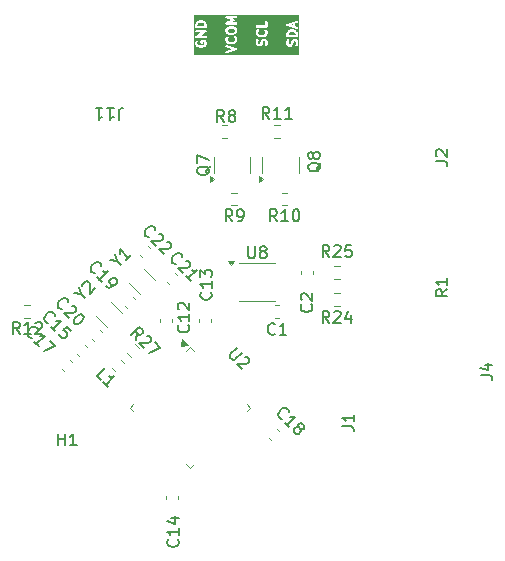
<source format=gbr>
%TF.GenerationSoftware,KiCad,Pcbnew,8.0.8-8.0.8-0~ubuntu24.04.1*%
%TF.CreationDate,2025-02-11T11:04:45-03:00*%
%TF.ProjectId,pm100,706d3130-302e-46b6-9963-61645f706362,rev?*%
%TF.SameCoordinates,Original*%
%TF.FileFunction,Legend,Top*%
%TF.FilePolarity,Positive*%
%FSLAX46Y46*%
G04 Gerber Fmt 4.6, Leading zero omitted, Abs format (unit mm)*
G04 Created by KiCad (PCBNEW 8.0.8-8.0.8-0~ubuntu24.04.1) date 2025-02-11 11:04:45*
%MOMM*%
%LPD*%
G01*
G04 APERTURE LIST*
%ADD10C,0.200000*%
%ADD11C,0.150000*%
%ADD12C,0.120000*%
G04 APERTURE END LIST*
D10*
G36*
X152588179Y-46201731D02*
G01*
X152640039Y-46227661D01*
X152688062Y-46275683D01*
X152713560Y-46352177D01*
X152713560Y-46426427D01*
X152113560Y-46426427D01*
X152113560Y-46352177D01*
X152139057Y-46275684D01*
X152187081Y-46227660D01*
X152238939Y-46201731D01*
X152368727Y-46169284D01*
X152458393Y-46169284D01*
X152588179Y-46201731D01*
G37*
G36*
X147496328Y-45931008D02*
G01*
X147541459Y-45976139D01*
X147561740Y-46016701D01*
X147561740Y-46121868D01*
X147541458Y-46162430D01*
X147496329Y-46207559D01*
X147382763Y-46235952D01*
X147140716Y-46235952D01*
X147027151Y-46207560D01*
X146982020Y-46162429D01*
X146961740Y-46121868D01*
X146961740Y-46016701D01*
X146982021Y-45976138D01*
X147027150Y-45931009D01*
X147140716Y-45902618D01*
X147382764Y-45902618D01*
X147496328Y-45931008D01*
G37*
G36*
X152484988Y-45625779D02*
G01*
X152329787Y-45574046D01*
X152484988Y-45522312D01*
X152484988Y-45625779D01*
G37*
G36*
X144860449Y-45420779D02*
G01*
X144912309Y-45446709D01*
X144960332Y-45494731D01*
X144985830Y-45571225D01*
X144985830Y-45645475D01*
X144385830Y-45645475D01*
X144385830Y-45571225D01*
X144411327Y-45494732D01*
X144459351Y-45446708D01*
X144511209Y-45420779D01*
X144640997Y-45388332D01*
X144730663Y-45388332D01*
X144860449Y-45420779D01*
G37*
G36*
X153013560Y-48097071D02*
G01*
X144085830Y-48097071D01*
X144085830Y-47040713D01*
X144185830Y-47040713D01*
X144185830Y-47154999D01*
X144186802Y-47164872D01*
X144186615Y-47167506D01*
X144187402Y-47170969D01*
X144187751Y-47174508D01*
X144188762Y-47176950D01*
X144190962Y-47186622D01*
X144229057Y-47300908D01*
X144237048Y-47318808D01*
X144239403Y-47321523D01*
X144240778Y-47324842D01*
X144253214Y-47339996D01*
X144329404Y-47416186D01*
X144337073Y-47422480D01*
X144338804Y-47424475D01*
X144341811Y-47426368D01*
X144344558Y-47428622D01*
X144346997Y-47429632D01*
X144355394Y-47434918D01*
X144431585Y-47473013D01*
X144433009Y-47473558D01*
X144433591Y-47473989D01*
X144441791Y-47476918D01*
X144449894Y-47480019D01*
X144450613Y-47480070D01*
X144452052Y-47480584D01*
X144604433Y-47518680D01*
X144607814Y-47519180D01*
X144609178Y-47519745D01*
X144616526Y-47520468D01*
X144623825Y-47521548D01*
X144625283Y-47521330D01*
X144628687Y-47521666D01*
X144742973Y-47521666D01*
X144746376Y-47521330D01*
X144747835Y-47521548D01*
X144755133Y-47520468D01*
X144762482Y-47519745D01*
X144763845Y-47519180D01*
X144767227Y-47518680D01*
X144919608Y-47480584D01*
X144921046Y-47480070D01*
X144921767Y-47480019D01*
X144929877Y-47476915D01*
X144938069Y-47473989D01*
X144938650Y-47473558D01*
X144940075Y-47473013D01*
X145016265Y-47434918D01*
X145024659Y-47429634D01*
X145027101Y-47428623D01*
X145029848Y-47426368D01*
X145032856Y-47424475D01*
X145034587Y-47422478D01*
X145042254Y-47416186D01*
X145106425Y-47352016D01*
X146762525Y-47352016D01*
X146765291Y-47390936D01*
X146782741Y-47425835D01*
X146812217Y-47451400D01*
X146830117Y-47459391D01*
X147345512Y-47631189D01*
X146830117Y-47802988D01*
X146812217Y-47810979D01*
X146782741Y-47836545D01*
X146765291Y-47871443D01*
X146762525Y-47910363D01*
X146774863Y-47947379D01*
X146800429Y-47976855D01*
X146835327Y-47994305D01*
X146874247Y-47997071D01*
X146893363Y-47992724D01*
X147693363Y-47726057D01*
X147711263Y-47718066D01*
X147716662Y-47713382D01*
X147723052Y-47710188D01*
X147731267Y-47700716D01*
X147740739Y-47692501D01*
X147743933Y-47686111D01*
X147748617Y-47680712D01*
X147752582Y-47668814D01*
X147758189Y-47657602D01*
X147758695Y-47650474D01*
X147760955Y-47643696D01*
X147760066Y-47631189D01*
X147760955Y-47618682D01*
X147758695Y-47611903D01*
X147758189Y-47604776D01*
X147752579Y-47593557D01*
X147748616Y-47581666D01*
X147743937Y-47576271D01*
X147740740Y-47569877D01*
X147731261Y-47561656D01*
X147723051Y-47552190D01*
X147716664Y-47548996D01*
X147711263Y-47544312D01*
X147693363Y-47536321D01*
X146893363Y-47269655D01*
X146874247Y-47265308D01*
X146835327Y-47268074D01*
X146800428Y-47285524D01*
X146774863Y-47315000D01*
X146762525Y-47352016D01*
X145106425Y-47352016D01*
X145118445Y-47339996D01*
X145130882Y-47324843D01*
X145132257Y-47321523D01*
X145134612Y-47318808D01*
X145142603Y-47300908D01*
X145180698Y-47186621D01*
X145182897Y-47176950D01*
X145183909Y-47174508D01*
X145184257Y-47170968D01*
X145185045Y-47167506D01*
X145184857Y-47164872D01*
X145185830Y-47154999D01*
X145185830Y-47078808D01*
X145184857Y-47068934D01*
X145185045Y-47066301D01*
X145184257Y-47062837D01*
X145183909Y-47059299D01*
X145182897Y-47056856D01*
X145180698Y-47047185D01*
X145142603Y-46932900D01*
X145134612Y-46915000D01*
X145132256Y-46912284D01*
X145130882Y-46908966D01*
X145118446Y-46893812D01*
X145080350Y-46855716D01*
X145065196Y-46843280D01*
X145029148Y-46828348D01*
X145009639Y-46826427D01*
X144742973Y-46826427D01*
X144723464Y-46828348D01*
X144687416Y-46843280D01*
X144659826Y-46870870D01*
X144644894Y-46906918D01*
X144642973Y-46926427D01*
X144642973Y-47078808D01*
X144644894Y-47098317D01*
X144659826Y-47134365D01*
X144687416Y-47161955D01*
X144723464Y-47176887D01*
X144762482Y-47176887D01*
X144798530Y-47161955D01*
X144826120Y-47134365D01*
X144841052Y-47098317D01*
X144842973Y-47078808D01*
X144842973Y-47026427D01*
X144962961Y-47026427D01*
X144985830Y-47095035D01*
X144985830Y-47138772D01*
X144960332Y-47215266D01*
X144912309Y-47263288D01*
X144860449Y-47289218D01*
X144730663Y-47321666D01*
X144640997Y-47321666D01*
X144511209Y-47289218D01*
X144459351Y-47263289D01*
X144411327Y-47215265D01*
X144385830Y-47138772D01*
X144385830Y-47064320D01*
X144413368Y-47009244D01*
X144420374Y-46990936D01*
X144423140Y-46952016D01*
X144410801Y-46915000D01*
X144385237Y-46885523D01*
X144350338Y-46868074D01*
X144311418Y-46865308D01*
X144274402Y-46877647D01*
X144244925Y-46903211D01*
X144234482Y-46919802D01*
X144196387Y-46995992D01*
X144189381Y-47014300D01*
X144189126Y-47017883D01*
X144187751Y-47021204D01*
X144185830Y-47040713D01*
X144085830Y-47040713D01*
X144085830Y-46793094D01*
X146761740Y-46793094D01*
X146761740Y-46869285D01*
X146762712Y-46879158D01*
X146762525Y-46881792D01*
X146763312Y-46885255D01*
X146763661Y-46888794D01*
X146764672Y-46891236D01*
X146766872Y-46900908D01*
X146804967Y-47015194D01*
X146812958Y-47033094D01*
X146815313Y-47035809D01*
X146816688Y-47039128D01*
X146829124Y-47054282D01*
X146905314Y-47130472D01*
X146912983Y-47136766D01*
X146914714Y-47138761D01*
X146917721Y-47140654D01*
X146920468Y-47142908D01*
X146922907Y-47143918D01*
X146931304Y-47149204D01*
X147007495Y-47187299D01*
X147008919Y-47187844D01*
X147009501Y-47188275D01*
X147017701Y-47191204D01*
X147025804Y-47194305D01*
X147026523Y-47194356D01*
X147027962Y-47194870D01*
X147180343Y-47232966D01*
X147183724Y-47233466D01*
X147185088Y-47234031D01*
X147192436Y-47234754D01*
X147199735Y-47235834D01*
X147201193Y-47235616D01*
X147204597Y-47235952D01*
X147318883Y-47235952D01*
X147322286Y-47235616D01*
X147323745Y-47235834D01*
X147331043Y-47234754D01*
X147338392Y-47234031D01*
X147339755Y-47233466D01*
X147343137Y-47232966D01*
X147495518Y-47194870D01*
X147496956Y-47194356D01*
X147497677Y-47194305D01*
X147505787Y-47191201D01*
X147513979Y-47188275D01*
X147514560Y-47187844D01*
X147515985Y-47187299D01*
X147592175Y-47149204D01*
X147600569Y-47143920D01*
X147603011Y-47142909D01*
X147605758Y-47140654D01*
X147608766Y-47138761D01*
X147610497Y-47136764D01*
X147618164Y-47130472D01*
X147694355Y-47054282D01*
X147706792Y-47039129D01*
X147708167Y-47035809D01*
X147710522Y-47033094D01*
X147718513Y-47015194D01*
X147735403Y-46964523D01*
X149337650Y-46964523D01*
X149337650Y-47155000D01*
X149339571Y-47174509D01*
X149340946Y-47177829D01*
X149341201Y-47181413D01*
X149348207Y-47199721D01*
X149386302Y-47275911D01*
X149391588Y-47284309D01*
X149392598Y-47286747D01*
X149394849Y-47289490D01*
X149396745Y-47292502D01*
X149398742Y-47294234D01*
X149405034Y-47301901D01*
X149443129Y-47339995D01*
X149450795Y-47346287D01*
X149452528Y-47348285D01*
X149455536Y-47350178D01*
X149458282Y-47352432D01*
X149460722Y-47353442D01*
X149469118Y-47358727D01*
X149545309Y-47396823D01*
X149563617Y-47403830D01*
X149567202Y-47404084D01*
X149570522Y-47405460D01*
X149590031Y-47407381D01*
X149666221Y-47407381D01*
X149685730Y-47405460D01*
X149689050Y-47404084D01*
X149692634Y-47403830D01*
X149710943Y-47396823D01*
X149787134Y-47358728D01*
X149795532Y-47353441D01*
X149797969Y-47352432D01*
X149800712Y-47350180D01*
X149803724Y-47348285D01*
X149805456Y-47346287D01*
X149813123Y-47339996D01*
X149851217Y-47301901D01*
X149857509Y-47294234D01*
X149859507Y-47292502D01*
X149861400Y-47289493D01*
X149863654Y-47286748D01*
X149864664Y-47284307D01*
X149869950Y-47275911D01*
X149908045Y-47199721D01*
X149908590Y-47198294D01*
X149909021Y-47197714D01*
X149911942Y-47189537D01*
X149915051Y-47181413D01*
X149915102Y-47180690D01*
X149915616Y-47179253D01*
X149951048Y-47037522D01*
X149976977Y-46985665D01*
X149992123Y-46970518D01*
X150032685Y-46950238D01*
X150061662Y-46950238D01*
X150102223Y-46970518D01*
X150117369Y-46985664D01*
X150137650Y-47026225D01*
X150137650Y-47176868D01*
X150104687Y-47275758D01*
X150100340Y-47294874D01*
X150103106Y-47333794D01*
X150120556Y-47368693D01*
X150150032Y-47394258D01*
X150187048Y-47406596D01*
X150225968Y-47403830D01*
X150260867Y-47386380D01*
X150286432Y-47356904D01*
X150294423Y-47339004D01*
X150332518Y-47224717D01*
X150334717Y-47215046D01*
X150335729Y-47212604D01*
X150336077Y-47209064D01*
X150336865Y-47205602D01*
X150336677Y-47202968D01*
X150337650Y-47193095D01*
X150337650Y-47002619D01*
X150335774Y-46983570D01*
X151913560Y-46983570D01*
X151913560Y-47174047D01*
X151915481Y-47193556D01*
X151916856Y-47196876D01*
X151917111Y-47200460D01*
X151924117Y-47218768D01*
X151962212Y-47294958D01*
X151967498Y-47303356D01*
X151968508Y-47305794D01*
X151970759Y-47308537D01*
X151972655Y-47311549D01*
X151974652Y-47313281D01*
X151980944Y-47320948D01*
X152019039Y-47359042D01*
X152026705Y-47365334D01*
X152028438Y-47367332D01*
X152031446Y-47369225D01*
X152034192Y-47371479D01*
X152036632Y-47372489D01*
X152045028Y-47377774D01*
X152121219Y-47415870D01*
X152139527Y-47422877D01*
X152143112Y-47423131D01*
X152146432Y-47424507D01*
X152165941Y-47426428D01*
X152242131Y-47426428D01*
X152261640Y-47424507D01*
X152264960Y-47423131D01*
X152268544Y-47422877D01*
X152286853Y-47415870D01*
X152363044Y-47377775D01*
X152371442Y-47372488D01*
X152373879Y-47371479D01*
X152376622Y-47369227D01*
X152379634Y-47367332D01*
X152381366Y-47365334D01*
X152389033Y-47359043D01*
X152427127Y-47320948D01*
X152433419Y-47313281D01*
X152435417Y-47311549D01*
X152437310Y-47308540D01*
X152439564Y-47305795D01*
X152440574Y-47303354D01*
X152445860Y-47294958D01*
X152483955Y-47218768D01*
X152484500Y-47217341D01*
X152484931Y-47216761D01*
X152487852Y-47208584D01*
X152490961Y-47200460D01*
X152491012Y-47199737D01*
X152491526Y-47198300D01*
X152526958Y-47056569D01*
X152552887Y-47004712D01*
X152568033Y-46989565D01*
X152608595Y-46969285D01*
X152637572Y-46969285D01*
X152678133Y-46989565D01*
X152693279Y-47004711D01*
X152713560Y-47045272D01*
X152713560Y-47195915D01*
X152680597Y-47294805D01*
X152676250Y-47313921D01*
X152679016Y-47352841D01*
X152696466Y-47387740D01*
X152725942Y-47413305D01*
X152762958Y-47425643D01*
X152801878Y-47422877D01*
X152836777Y-47405427D01*
X152862342Y-47375951D01*
X152870333Y-47358051D01*
X152908428Y-47243764D01*
X152910627Y-47234093D01*
X152911639Y-47231651D01*
X152911987Y-47228111D01*
X152912775Y-47224649D01*
X152912587Y-47222015D01*
X152913560Y-47212142D01*
X152913560Y-47021666D01*
X152911639Y-47002157D01*
X152910263Y-46998836D01*
X152910009Y-46995254D01*
X152903003Y-46976945D01*
X152864908Y-46900754D01*
X152859621Y-46892356D01*
X152858611Y-46889916D01*
X152856356Y-46887169D01*
X152854465Y-46884164D01*
X152852471Y-46882434D01*
X152846175Y-46874763D01*
X152808079Y-46836668D01*
X152800412Y-46830376D01*
X152798681Y-46828380D01*
X152795670Y-46826485D01*
X152792925Y-46824232D01*
X152790486Y-46823221D01*
X152782090Y-46817937D01*
X152705900Y-46779842D01*
X152687592Y-46772836D01*
X152684008Y-46772581D01*
X152680688Y-46771206D01*
X152661179Y-46769285D01*
X152584988Y-46769285D01*
X152565479Y-46771206D01*
X152562158Y-46772581D01*
X152558575Y-46772836D01*
X152540267Y-46779842D01*
X152464077Y-46817937D01*
X152455680Y-46823222D01*
X152453240Y-46824233D01*
X152450494Y-46826486D01*
X152447486Y-46828380D01*
X152445753Y-46830377D01*
X152438087Y-46836670D01*
X152399992Y-46874764D01*
X152393700Y-46882430D01*
X152391703Y-46884163D01*
X152389807Y-46887174D01*
X152387556Y-46889918D01*
X152386546Y-46892354D01*
X152381260Y-46900753D01*
X152343165Y-46976944D01*
X152342619Y-46978369D01*
X152342188Y-46978952D01*
X152339260Y-46987145D01*
X152336158Y-46995253D01*
X152336106Y-46995973D01*
X152335593Y-46997412D01*
X152300160Y-47139142D01*
X152274231Y-47191001D01*
X152259084Y-47206147D01*
X152218525Y-47226428D01*
X152189549Y-47226428D01*
X152148986Y-47206147D01*
X152133840Y-47191000D01*
X152113560Y-47150440D01*
X152113560Y-46999797D01*
X152146523Y-46900908D01*
X152150870Y-46881792D01*
X152148104Y-46842872D01*
X152130654Y-46807973D01*
X152101178Y-46782408D01*
X152064162Y-46770070D01*
X152025242Y-46772836D01*
X151990344Y-46790286D01*
X151964778Y-46819762D01*
X151956787Y-46837662D01*
X151918692Y-46951947D01*
X151916492Y-46961618D01*
X151915481Y-46964061D01*
X151915132Y-46967599D01*
X151914345Y-46971063D01*
X151914532Y-46973696D01*
X151913560Y-46983570D01*
X150335774Y-46983570D01*
X150335729Y-46983110D01*
X150334353Y-46979789D01*
X150334099Y-46976207D01*
X150327093Y-46957898D01*
X150288998Y-46881707D01*
X150283711Y-46873309D01*
X150282701Y-46870869D01*
X150280446Y-46868122D01*
X150278555Y-46865117D01*
X150276561Y-46863387D01*
X150270265Y-46855716D01*
X150232169Y-46817621D01*
X150224502Y-46811329D01*
X150222771Y-46809333D01*
X150219760Y-46807438D01*
X150217015Y-46805185D01*
X150214576Y-46804174D01*
X150206180Y-46798890D01*
X150129990Y-46760795D01*
X150111682Y-46753789D01*
X150108098Y-46753534D01*
X150104778Y-46752159D01*
X150085269Y-46750238D01*
X150009078Y-46750238D01*
X149989569Y-46752159D01*
X149986248Y-46753534D01*
X149982665Y-46753789D01*
X149964357Y-46760795D01*
X149888167Y-46798890D01*
X149879770Y-46804175D01*
X149877330Y-46805186D01*
X149874584Y-46807439D01*
X149871576Y-46809333D01*
X149869843Y-46811330D01*
X149862177Y-46817623D01*
X149824082Y-46855717D01*
X149817790Y-46863383D01*
X149815793Y-46865116D01*
X149813897Y-46868127D01*
X149811646Y-46870871D01*
X149810636Y-46873307D01*
X149805350Y-46881706D01*
X149767255Y-46957897D01*
X149766709Y-46959322D01*
X149766278Y-46959905D01*
X149763350Y-46968098D01*
X149760248Y-46976206D01*
X149760196Y-46976926D01*
X149759683Y-46978365D01*
X149724250Y-47120095D01*
X149698321Y-47171954D01*
X149683174Y-47187100D01*
X149642615Y-47207381D01*
X149613639Y-47207381D01*
X149573076Y-47187100D01*
X149557930Y-47171953D01*
X149537650Y-47131393D01*
X149537650Y-46980750D01*
X149570613Y-46881861D01*
X149574960Y-46862745D01*
X149572194Y-46823825D01*
X149554744Y-46788926D01*
X149525268Y-46763361D01*
X149488252Y-46751023D01*
X149449332Y-46753789D01*
X149414434Y-46771239D01*
X149388868Y-46800715D01*
X149380877Y-46818615D01*
X149342782Y-46932900D01*
X149340582Y-46942571D01*
X149339571Y-46945014D01*
X149339222Y-46948552D01*
X149338435Y-46952016D01*
X149338622Y-46954649D01*
X149337650Y-46964523D01*
X147735403Y-46964523D01*
X147756608Y-46900907D01*
X147758807Y-46891236D01*
X147759819Y-46888794D01*
X147760167Y-46885254D01*
X147760955Y-46881792D01*
X147760767Y-46879158D01*
X147761740Y-46869285D01*
X147761740Y-46793094D01*
X147760767Y-46783220D01*
X147760955Y-46780587D01*
X147760167Y-46777123D01*
X147759819Y-46773585D01*
X147758807Y-46771142D01*
X147756608Y-46761471D01*
X147718513Y-46647186D01*
X147710522Y-46629286D01*
X147708166Y-46626570D01*
X147706792Y-46623252D01*
X147694356Y-46608098D01*
X147656260Y-46570002D01*
X147641106Y-46557566D01*
X147605058Y-46542634D01*
X147566040Y-46542634D01*
X147529992Y-46557566D01*
X147502402Y-46585156D01*
X147487470Y-46621204D01*
X147487470Y-46660222D01*
X147502402Y-46696270D01*
X147514838Y-46711424D01*
X147536242Y-46732828D01*
X147561740Y-46809321D01*
X147561740Y-46853058D01*
X147536242Y-46929552D01*
X147488219Y-46977574D01*
X147436359Y-47003504D01*
X147306573Y-47035952D01*
X147216907Y-47035952D01*
X147087119Y-47003504D01*
X147035261Y-46977575D01*
X146987237Y-46929551D01*
X146961740Y-46853058D01*
X146961740Y-46809321D01*
X146987237Y-46732827D01*
X147008641Y-46711423D01*
X147021078Y-46696269D01*
X147036009Y-46660221D01*
X147036008Y-46621203D01*
X147021076Y-46585155D01*
X146993486Y-46557565D01*
X146957438Y-46542634D01*
X146918420Y-46542635D01*
X146882371Y-46557567D01*
X146867218Y-46570003D01*
X146829123Y-46608099D01*
X146816687Y-46623253D01*
X146815312Y-46626571D01*
X146812958Y-46629286D01*
X146804967Y-46647186D01*
X146766872Y-46761471D01*
X146764672Y-46771142D01*
X146763661Y-46773585D01*
X146763312Y-46777123D01*
X146762525Y-46780587D01*
X146762712Y-46783220D01*
X146761740Y-46793094D01*
X144085830Y-46793094D01*
X144085830Y-46576585D01*
X144186074Y-46576585D01*
X144187751Y-46589778D01*
X144187751Y-46603079D01*
X144190190Y-46608967D01*
X144190994Y-46615292D01*
X144197594Y-46626841D01*
X144202683Y-46639127D01*
X144207190Y-46643634D01*
X144210353Y-46649169D01*
X144220867Y-46657311D01*
X144230273Y-46666717D01*
X144236163Y-46669156D01*
X144241202Y-46673059D01*
X144254030Y-46676557D01*
X144266321Y-46681649D01*
X144276298Y-46682631D01*
X144278845Y-46683326D01*
X144280812Y-46683075D01*
X144285830Y-46683570D01*
X145085830Y-46683570D01*
X145105339Y-46681649D01*
X145141387Y-46666717D01*
X145168977Y-46639127D01*
X145183909Y-46603079D01*
X145183909Y-46564061D01*
X145168977Y-46528013D01*
X145141387Y-46500423D01*
X145105339Y-46485491D01*
X145085830Y-46483570D01*
X144662386Y-46483570D01*
X145135444Y-46213251D01*
X145139554Y-46210332D01*
X145141387Y-46209574D01*
X145143253Y-46207707D01*
X145151429Y-46201904D01*
X145159571Y-46191389D01*
X145168977Y-46181984D01*
X145171416Y-46176093D01*
X145175319Y-46171055D01*
X145178817Y-46158227D01*
X145183909Y-46145936D01*
X145183909Y-46139559D01*
X145185586Y-46133411D01*
X145183909Y-46120217D01*
X145183909Y-46106918D01*
X145181469Y-46101029D01*
X145180666Y-46094705D01*
X145174065Y-46083155D01*
X145168977Y-46070870D01*
X145164469Y-46066362D01*
X145161307Y-46060828D01*
X145150792Y-46052685D01*
X145141387Y-46043280D01*
X145135496Y-46040840D01*
X145130458Y-46036938D01*
X145117629Y-46033439D01*
X145105339Y-46028348D01*
X145095361Y-46027365D01*
X145092815Y-46026671D01*
X145090847Y-46026921D01*
X145085830Y-46026427D01*
X144285830Y-46026427D01*
X144266321Y-46028348D01*
X144230273Y-46043280D01*
X144202683Y-46070870D01*
X144187751Y-46106918D01*
X144187751Y-46145936D01*
X144202683Y-46181984D01*
X144230273Y-46209574D01*
X144266321Y-46224506D01*
X144285830Y-46226427D01*
X144709274Y-46226427D01*
X144236216Y-46496746D01*
X144232105Y-46499664D01*
X144230273Y-46500423D01*
X144228406Y-46502289D01*
X144220231Y-46508093D01*
X144212088Y-46518607D01*
X144202683Y-46528013D01*
X144200243Y-46533903D01*
X144196341Y-46538942D01*
X144192842Y-46551770D01*
X144187751Y-46564061D01*
X144187751Y-46570436D01*
X144186074Y-46576585D01*
X144085830Y-46576585D01*
X144085830Y-45993094D01*
X146761740Y-45993094D01*
X146761740Y-46145475D01*
X146763661Y-46164984D01*
X146765036Y-46168304D01*
X146765291Y-46171887D01*
X146772297Y-46190196D01*
X146810392Y-46266387D01*
X146815677Y-46274783D01*
X146816688Y-46277223D01*
X146818941Y-46279969D01*
X146820835Y-46282977D01*
X146822829Y-46284707D01*
X146829124Y-46292377D01*
X146905314Y-46368567D01*
X146920468Y-46381003D01*
X146927334Y-46383847D01*
X146933310Y-46388275D01*
X146951771Y-46394870D01*
X147104152Y-46432966D01*
X147107533Y-46433466D01*
X147108897Y-46434031D01*
X147116245Y-46434754D01*
X147123544Y-46435834D01*
X147125002Y-46435616D01*
X147128406Y-46435952D01*
X147395073Y-46435952D01*
X147398476Y-46435616D01*
X147399935Y-46435834D01*
X147407233Y-46434754D01*
X147414582Y-46434031D01*
X147415945Y-46433466D01*
X147419327Y-46432966D01*
X147571708Y-46394870D01*
X147590169Y-46388275D01*
X147596142Y-46383848D01*
X147603011Y-46381004D01*
X147618164Y-46368567D01*
X147694355Y-46292377D01*
X147700649Y-46284707D01*
X147702645Y-46282977D01*
X147704536Y-46279971D01*
X147706792Y-46277224D01*
X147707803Y-46274782D01*
X147713088Y-46266387D01*
X147744972Y-46202618D01*
X149337650Y-46202618D01*
X149337650Y-46278809D01*
X149338622Y-46288682D01*
X149338435Y-46291316D01*
X149339222Y-46294779D01*
X149339571Y-46298318D01*
X149340582Y-46300760D01*
X149342782Y-46310432D01*
X149380877Y-46424718D01*
X149388868Y-46442618D01*
X149391223Y-46445333D01*
X149392598Y-46448652D01*
X149405034Y-46463806D01*
X149481224Y-46539996D01*
X149488893Y-46546290D01*
X149490624Y-46548285D01*
X149493631Y-46550178D01*
X149496378Y-46552432D01*
X149498817Y-46553442D01*
X149507214Y-46558728D01*
X149583405Y-46596823D01*
X149584829Y-46597368D01*
X149585411Y-46597799D01*
X149593611Y-46600728D01*
X149601714Y-46603829D01*
X149602433Y-46603880D01*
X149603872Y-46604394D01*
X149756253Y-46642490D01*
X149759634Y-46642990D01*
X149760998Y-46643555D01*
X149768346Y-46644278D01*
X149775645Y-46645358D01*
X149777103Y-46645140D01*
X149780507Y-46645476D01*
X149894793Y-46645476D01*
X149898196Y-46645140D01*
X149899655Y-46645358D01*
X149906953Y-46644278D01*
X149914302Y-46643555D01*
X149915665Y-46642990D01*
X149919047Y-46642490D01*
X150071428Y-46604394D01*
X150072866Y-46603880D01*
X150073587Y-46603829D01*
X150081697Y-46600725D01*
X150089889Y-46597799D01*
X150090470Y-46597368D01*
X150091895Y-46596823D01*
X150168085Y-46558728D01*
X150176479Y-46553444D01*
X150178921Y-46552433D01*
X150181668Y-46550178D01*
X150184676Y-46548285D01*
X150186407Y-46546288D01*
X150194074Y-46539996D01*
X150270265Y-46463806D01*
X150282702Y-46448653D01*
X150284077Y-46445333D01*
X150286432Y-46442618D01*
X150294423Y-46424718D01*
X150324011Y-46335951D01*
X151913560Y-46335951D01*
X151913560Y-46526427D01*
X151915481Y-46545936D01*
X151930413Y-46581984D01*
X151958003Y-46609574D01*
X151994051Y-46624506D01*
X152013560Y-46626427D01*
X152813560Y-46626427D01*
X152833069Y-46624506D01*
X152869117Y-46609574D01*
X152896707Y-46581984D01*
X152911639Y-46545936D01*
X152913560Y-46526427D01*
X152913560Y-46335951D01*
X152912587Y-46326077D01*
X152912775Y-46323444D01*
X152911987Y-46319981D01*
X152911639Y-46316442D01*
X152910627Y-46313999D01*
X152908428Y-46304329D01*
X152870333Y-46190042D01*
X152862342Y-46172142D01*
X152859987Y-46169426D01*
X152858612Y-46166107D01*
X152846175Y-46150954D01*
X152769984Y-46074764D01*
X152762317Y-46068471D01*
X152760586Y-46066475D01*
X152757578Y-46064581D01*
X152754831Y-46062327D01*
X152752389Y-46061315D01*
X152743995Y-46056032D01*
X152667805Y-46017937D01*
X152666380Y-46017391D01*
X152665799Y-46016961D01*
X152657607Y-46014034D01*
X152649497Y-46010931D01*
X152648776Y-46010879D01*
X152647338Y-46010366D01*
X152494957Y-45972270D01*
X152491575Y-45971769D01*
X152490212Y-45971205D01*
X152482863Y-45970481D01*
X152475565Y-45969402D01*
X152474106Y-45969619D01*
X152470703Y-45969284D01*
X152356417Y-45969284D01*
X152353013Y-45969619D01*
X152351555Y-45969402D01*
X152344256Y-45970481D01*
X152336908Y-45971205D01*
X152335544Y-45971769D01*
X152332163Y-45972270D01*
X152179782Y-46010366D01*
X152178343Y-46010879D01*
X152177624Y-46010931D01*
X152169521Y-46014031D01*
X152161321Y-46016961D01*
X152160739Y-46017391D01*
X152159315Y-46017937D01*
X152083124Y-46056032D01*
X152074727Y-46061317D01*
X152072288Y-46062328D01*
X152069541Y-46064581D01*
X152066534Y-46066475D01*
X152064803Y-46068469D01*
X152057134Y-46074764D01*
X151980944Y-46150954D01*
X151968508Y-46166108D01*
X151967133Y-46169426D01*
X151964778Y-46172142D01*
X151956787Y-46190042D01*
X151918692Y-46304328D01*
X151916492Y-46313999D01*
X151915481Y-46316442D01*
X151915132Y-46319980D01*
X151914345Y-46323444D01*
X151914532Y-46326077D01*
X151913560Y-46335951D01*
X150324011Y-46335951D01*
X150332518Y-46310431D01*
X150334717Y-46300760D01*
X150335729Y-46298318D01*
X150336077Y-46294778D01*
X150336865Y-46291316D01*
X150336677Y-46288682D01*
X150337650Y-46278809D01*
X150337650Y-46202618D01*
X150336677Y-46192744D01*
X150336865Y-46190111D01*
X150336077Y-46186647D01*
X150335729Y-46183109D01*
X150334717Y-46180666D01*
X150332518Y-46170995D01*
X150294423Y-46056710D01*
X150286432Y-46038810D01*
X150284076Y-46036094D01*
X150282702Y-46032776D01*
X150270266Y-46017622D01*
X150232170Y-45979526D01*
X150217016Y-45967090D01*
X150180968Y-45952158D01*
X150141950Y-45952158D01*
X150105902Y-45967090D01*
X150078312Y-45994680D01*
X150063380Y-46030728D01*
X150063380Y-46069746D01*
X150078312Y-46105794D01*
X150090748Y-46120948D01*
X150112152Y-46142352D01*
X150137650Y-46218845D01*
X150137650Y-46262582D01*
X150112152Y-46339076D01*
X150064129Y-46387098D01*
X150012269Y-46413028D01*
X149882483Y-46445476D01*
X149792817Y-46445476D01*
X149663029Y-46413028D01*
X149611171Y-46387099D01*
X149563147Y-46339075D01*
X149537650Y-46262582D01*
X149537650Y-46218845D01*
X149563147Y-46142351D01*
X149584551Y-46120947D01*
X149596988Y-46105793D01*
X149611919Y-46069745D01*
X149611918Y-46030727D01*
X149596986Y-45994679D01*
X149569396Y-45967089D01*
X149533348Y-45952158D01*
X149494330Y-45952159D01*
X149458281Y-45967091D01*
X149443128Y-45979527D01*
X149405033Y-46017623D01*
X149392597Y-46032777D01*
X149391222Y-46036095D01*
X149388868Y-46038810D01*
X149380877Y-46056710D01*
X149342782Y-46170995D01*
X149340582Y-46180666D01*
X149339571Y-46183109D01*
X149339222Y-46186647D01*
X149338435Y-46190111D01*
X149338622Y-46192744D01*
X149337650Y-46202618D01*
X147744972Y-46202618D01*
X147751183Y-46190196D01*
X147758189Y-46171887D01*
X147758443Y-46168304D01*
X147759819Y-46164984D01*
X147761740Y-46145475D01*
X147761740Y-45993094D01*
X147759819Y-45973585D01*
X147758443Y-45970264D01*
X147758189Y-45966681D01*
X147751183Y-45948373D01*
X147713088Y-45872183D01*
X147707802Y-45863786D01*
X147706792Y-45861346D01*
X147704538Y-45858600D01*
X147702645Y-45855592D01*
X147700647Y-45853859D01*
X147694355Y-45846193D01*
X147618165Y-45770002D01*
X147603011Y-45757566D01*
X147596143Y-45754721D01*
X147590168Y-45750294D01*
X147571708Y-45743699D01*
X147419326Y-45705604D01*
X147415946Y-45705104D01*
X147414582Y-45704539D01*
X147407230Y-45703815D01*
X147399934Y-45702736D01*
X147398475Y-45702953D01*
X147395073Y-45702618D01*
X147128406Y-45702618D01*
X147125003Y-45702953D01*
X147123545Y-45702736D01*
X147116248Y-45703815D01*
X147108897Y-45704539D01*
X147107532Y-45705104D01*
X147104153Y-45705604D01*
X146951772Y-45743699D01*
X146933311Y-45750294D01*
X146927337Y-45754720D01*
X146920467Y-45757566D01*
X146905314Y-45770003D01*
X146829124Y-45846194D01*
X146822831Y-45853860D01*
X146820835Y-45855592D01*
X146818941Y-45858599D01*
X146816687Y-45861347D01*
X146815675Y-45863788D01*
X146810392Y-45872183D01*
X146772297Y-45948373D01*
X146765291Y-45966681D01*
X146765036Y-45970264D01*
X146763661Y-45973585D01*
X146761740Y-45993094D01*
X144085830Y-45993094D01*
X144085830Y-45554999D01*
X144185830Y-45554999D01*
X144185830Y-45745475D01*
X144187751Y-45764984D01*
X144202683Y-45801032D01*
X144230273Y-45828622D01*
X144266321Y-45843554D01*
X144285830Y-45845475D01*
X145085830Y-45845475D01*
X145105339Y-45843554D01*
X145141387Y-45828622D01*
X145168977Y-45801032D01*
X145183909Y-45764984D01*
X145185830Y-45745475D01*
X145185830Y-45687871D01*
X149339571Y-45687871D01*
X149339571Y-45726889D01*
X149354503Y-45762937D01*
X149382093Y-45790527D01*
X149418141Y-45805459D01*
X149437650Y-45807380D01*
X150237650Y-45807380D01*
X150257159Y-45805459D01*
X150293207Y-45790527D01*
X150320797Y-45762937D01*
X150335729Y-45726889D01*
X150337650Y-45707380D01*
X150337650Y-45561539D01*
X151914345Y-45561539D01*
X151915233Y-45574046D01*
X151914345Y-45586553D01*
X151916604Y-45593331D01*
X151917111Y-45600459D01*
X151922717Y-45611670D01*
X151926683Y-45623569D01*
X151931367Y-45628969D01*
X151934561Y-45635357D01*
X151944030Y-45643570D01*
X151952248Y-45653045D01*
X151958637Y-45656239D01*
X151964037Y-45660923D01*
X151981937Y-45668914D01*
X152781937Y-45935581D01*
X152801052Y-45939928D01*
X152839972Y-45937162D01*
X152874871Y-45919712D01*
X152900436Y-45890236D01*
X152912775Y-45853220D01*
X152910009Y-45814300D01*
X152892559Y-45779401D01*
X152863083Y-45753836D01*
X152845183Y-45745845D01*
X152684988Y-45692446D01*
X152684988Y-45455646D01*
X152845183Y-45402248D01*
X152863083Y-45394257D01*
X152892560Y-45368692D01*
X152910009Y-45333793D01*
X152912775Y-45294873D01*
X152900437Y-45257857D01*
X152874872Y-45228381D01*
X152839973Y-45210931D01*
X152801053Y-45208165D01*
X152781937Y-45212512D01*
X151981937Y-45479178D01*
X151964037Y-45487169D01*
X151958636Y-45491853D01*
X151952249Y-45495047D01*
X151944035Y-45504516D01*
X151934561Y-45512734D01*
X151931366Y-45519123D01*
X151926683Y-45524523D01*
X151922717Y-45536420D01*
X151917111Y-45547633D01*
X151916604Y-45554760D01*
X151914345Y-45561539D01*
X150337650Y-45561539D01*
X150337650Y-45326428D01*
X150335729Y-45306919D01*
X150320797Y-45270871D01*
X150293207Y-45243281D01*
X150257159Y-45228349D01*
X150218141Y-45228349D01*
X150182093Y-45243281D01*
X150154503Y-45270871D01*
X150139571Y-45306919D01*
X150137650Y-45326428D01*
X150137650Y-45607380D01*
X149437650Y-45607380D01*
X149418141Y-45609301D01*
X149382093Y-45624233D01*
X149354503Y-45651823D01*
X149339571Y-45687871D01*
X145185830Y-45687871D01*
X145185830Y-45554999D01*
X145184857Y-45545125D01*
X145185045Y-45542492D01*
X145184257Y-45539029D01*
X145183909Y-45535490D01*
X145182897Y-45533047D01*
X145180698Y-45523377D01*
X145142603Y-45409090D01*
X145134612Y-45391190D01*
X145132257Y-45388474D01*
X145130882Y-45385155D01*
X145118445Y-45370002D01*
X145042254Y-45293812D01*
X145034587Y-45287519D01*
X145032856Y-45285523D01*
X145029848Y-45283629D01*
X145027101Y-45281375D01*
X145024659Y-45280363D01*
X145016265Y-45275080D01*
X144940075Y-45236985D01*
X144938650Y-45236439D01*
X144938069Y-45236009D01*
X144929877Y-45233082D01*
X144921767Y-45229979D01*
X144921046Y-45229927D01*
X144919608Y-45229414D01*
X144767227Y-45191318D01*
X144763845Y-45190817D01*
X144762482Y-45190253D01*
X144755133Y-45189529D01*
X144747835Y-45188450D01*
X144746376Y-45188667D01*
X144742973Y-45188332D01*
X144628687Y-45188332D01*
X144625283Y-45188667D01*
X144623825Y-45188450D01*
X144616526Y-45189529D01*
X144609178Y-45190253D01*
X144607814Y-45190817D01*
X144604433Y-45191318D01*
X144452052Y-45229414D01*
X144450613Y-45229927D01*
X144449894Y-45229979D01*
X144441791Y-45233079D01*
X144433591Y-45236009D01*
X144433009Y-45236439D01*
X144431585Y-45236985D01*
X144355394Y-45275080D01*
X144346997Y-45280365D01*
X144344558Y-45281376D01*
X144341811Y-45283629D01*
X144338804Y-45285523D01*
X144337073Y-45287517D01*
X144329404Y-45293812D01*
X144253214Y-45370002D01*
X144240778Y-45385156D01*
X144239403Y-45388474D01*
X144237048Y-45391190D01*
X144229057Y-45409090D01*
X144190962Y-45523376D01*
X144188762Y-45533047D01*
X144187751Y-45535490D01*
X144187402Y-45539028D01*
X144186615Y-45542492D01*
X144186802Y-45545125D01*
X144185830Y-45554999D01*
X144085830Y-45554999D01*
X144085830Y-44941611D01*
X146762899Y-44941611D01*
X146763661Y-44943706D01*
X146763661Y-44945937D01*
X146770301Y-44961967D01*
X146776233Y-44978280D01*
X146777739Y-44979925D01*
X146778593Y-44981985D01*
X146790860Y-44994252D01*
X146802585Y-45007055D01*
X146805229Y-45008621D01*
X146806183Y-45009575D01*
X146808364Y-45010478D01*
X146819451Y-45017046D01*
X147196697Y-45193094D01*
X146819452Y-45369143D01*
X146808365Y-45375709D01*
X146806183Y-45376614D01*
X146805229Y-45377567D01*
X146802585Y-45379134D01*
X146790866Y-45391930D01*
X146778593Y-45404204D01*
X146777739Y-45406265D01*
X146776234Y-45407909D01*
X146770305Y-45424210D01*
X146763661Y-45440252D01*
X146763661Y-45442482D01*
X146762899Y-45444578D01*
X146763661Y-45461917D01*
X146763661Y-45479270D01*
X146764514Y-45481329D01*
X146764612Y-45483558D01*
X146771953Y-45499288D01*
X146778593Y-45515318D01*
X146780169Y-45516894D01*
X146781113Y-45518916D01*
X146793909Y-45530634D01*
X146806183Y-45542908D01*
X146808244Y-45543761D01*
X146809888Y-45545267D01*
X146826189Y-45551195D01*
X146842231Y-45557840D01*
X146845289Y-45558141D01*
X146846557Y-45558602D01*
X146848916Y-45558498D01*
X146861740Y-45559761D01*
X147661740Y-45559761D01*
X147681249Y-45557840D01*
X147717297Y-45542908D01*
X147744887Y-45515318D01*
X147759819Y-45479270D01*
X147759819Y-45440252D01*
X147744887Y-45404204D01*
X147717297Y-45376614D01*
X147681249Y-45361682D01*
X147661740Y-45359761D01*
X147312496Y-45359761D01*
X147475457Y-45283713D01*
X147482598Y-45279482D01*
X147485020Y-45278602D01*
X147486732Y-45277033D01*
X147492323Y-45273722D01*
X147502587Y-45262514D01*
X147513795Y-45252250D01*
X147515673Y-45248224D01*
X147518675Y-45244947D01*
X147523867Y-45230667D01*
X147530296Y-45216893D01*
X147530491Y-45212452D01*
X147532009Y-45208278D01*
X147531341Y-45193095D01*
X147532009Y-45177912D01*
X147530491Y-45173737D01*
X147530296Y-45169297D01*
X147523866Y-45155518D01*
X147518675Y-45141243D01*
X147515675Y-45137967D01*
X147513796Y-45133940D01*
X147502581Y-45123670D01*
X147492323Y-45112468D01*
X147486735Y-45109158D01*
X147485021Y-45107588D01*
X147482596Y-45106706D01*
X147475457Y-45102477D01*
X147312495Y-45026428D01*
X147661740Y-45026428D01*
X147681249Y-45024507D01*
X147717297Y-45009575D01*
X147744887Y-44981985D01*
X147759819Y-44945937D01*
X147759819Y-44906919D01*
X147744887Y-44870871D01*
X147717297Y-44843281D01*
X147681249Y-44828349D01*
X147661740Y-44826428D01*
X146861740Y-44826428D01*
X146848916Y-44827690D01*
X146846557Y-44827587D01*
X146845289Y-44828047D01*
X146842231Y-44828349D01*
X146826200Y-44834989D01*
X146809888Y-44840921D01*
X146808242Y-44842427D01*
X146806183Y-44843281D01*
X146793915Y-44855548D01*
X146781113Y-44867273D01*
X146780169Y-44869294D01*
X146778593Y-44870871D01*
X146771955Y-44886895D01*
X146764612Y-44902630D01*
X146764514Y-44904859D01*
X146763661Y-44906919D01*
X146763661Y-44924270D01*
X146762899Y-44941611D01*
X144085830Y-44941611D01*
X144085830Y-44726428D01*
X153013560Y-44726428D01*
X153013560Y-48097071D01*
G37*
D11*
X154855057Y-57245238D02*
X154807438Y-57340476D01*
X154807438Y-57340476D02*
X154712200Y-57435714D01*
X154712200Y-57435714D02*
X154569342Y-57578571D01*
X154569342Y-57578571D02*
X154521723Y-57673809D01*
X154521723Y-57673809D02*
X154521723Y-57769047D01*
X154759819Y-57721428D02*
X154712200Y-57816666D01*
X154712200Y-57816666D02*
X154616961Y-57911904D01*
X154616961Y-57911904D02*
X154426485Y-57959523D01*
X154426485Y-57959523D02*
X154093152Y-57959523D01*
X154093152Y-57959523D02*
X153902676Y-57911904D01*
X153902676Y-57911904D02*
X153807438Y-57816666D01*
X153807438Y-57816666D02*
X153759819Y-57721428D01*
X153759819Y-57721428D02*
X153759819Y-57530952D01*
X153759819Y-57530952D02*
X153807438Y-57435714D01*
X153807438Y-57435714D02*
X153902676Y-57340476D01*
X153902676Y-57340476D02*
X154093152Y-57292857D01*
X154093152Y-57292857D02*
X154426485Y-57292857D01*
X154426485Y-57292857D02*
X154616961Y-57340476D01*
X154616961Y-57340476D02*
X154712200Y-57435714D01*
X154712200Y-57435714D02*
X154759819Y-57530952D01*
X154759819Y-57530952D02*
X154759819Y-57721428D01*
X154188390Y-56721428D02*
X154140771Y-56816666D01*
X154140771Y-56816666D02*
X154093152Y-56864285D01*
X154093152Y-56864285D02*
X153997914Y-56911904D01*
X153997914Y-56911904D02*
X153950295Y-56911904D01*
X153950295Y-56911904D02*
X153855057Y-56864285D01*
X153855057Y-56864285D02*
X153807438Y-56816666D01*
X153807438Y-56816666D02*
X153759819Y-56721428D01*
X153759819Y-56721428D02*
X153759819Y-56530952D01*
X153759819Y-56530952D02*
X153807438Y-56435714D01*
X153807438Y-56435714D02*
X153855057Y-56388095D01*
X153855057Y-56388095D02*
X153950295Y-56340476D01*
X153950295Y-56340476D02*
X153997914Y-56340476D01*
X153997914Y-56340476D02*
X154093152Y-56388095D01*
X154093152Y-56388095D02*
X154140771Y-56435714D01*
X154140771Y-56435714D02*
X154188390Y-56530952D01*
X154188390Y-56530952D02*
X154188390Y-56721428D01*
X154188390Y-56721428D02*
X154236009Y-56816666D01*
X154236009Y-56816666D02*
X154283628Y-56864285D01*
X154283628Y-56864285D02*
X154378866Y-56911904D01*
X154378866Y-56911904D02*
X154569342Y-56911904D01*
X154569342Y-56911904D02*
X154664580Y-56864285D01*
X154664580Y-56864285D02*
X154712200Y-56816666D01*
X154712200Y-56816666D02*
X154759819Y-56721428D01*
X154759819Y-56721428D02*
X154759819Y-56530952D01*
X154759819Y-56530952D02*
X154712200Y-56435714D01*
X154712200Y-56435714D02*
X154664580Y-56388095D01*
X154664580Y-56388095D02*
X154569342Y-56340476D01*
X154569342Y-56340476D02*
X154378866Y-56340476D01*
X154378866Y-56340476D02*
X154283628Y-56388095D01*
X154283628Y-56388095D02*
X154236009Y-56435714D01*
X154236009Y-56435714D02*
X154188390Y-56530952D01*
X165554819Y-67984666D02*
X165078628Y-68317999D01*
X165554819Y-68556094D02*
X164554819Y-68556094D01*
X164554819Y-68556094D02*
X164554819Y-68175142D01*
X164554819Y-68175142D02*
X164602438Y-68079904D01*
X164602438Y-68079904D02*
X164650057Y-68032285D01*
X164650057Y-68032285D02*
X164745295Y-67984666D01*
X164745295Y-67984666D02*
X164888152Y-67984666D01*
X164888152Y-67984666D02*
X164983390Y-68032285D01*
X164983390Y-68032285D02*
X165031009Y-68079904D01*
X165031009Y-68079904D02*
X165078628Y-68175142D01*
X165078628Y-68175142D02*
X165078628Y-68556094D01*
X165554819Y-67032285D02*
X165554819Y-67603713D01*
X165554819Y-67317999D02*
X164554819Y-67317999D01*
X164554819Y-67317999D02*
X164697676Y-67413237D01*
X164697676Y-67413237D02*
X164792914Y-67508475D01*
X164792914Y-67508475D02*
X164840533Y-67603713D01*
X132895169Y-69649693D02*
X132827825Y-69649693D01*
X132827825Y-69649693D02*
X132693138Y-69582349D01*
X132693138Y-69582349D02*
X132625795Y-69515006D01*
X132625795Y-69515006D02*
X132558451Y-69380319D01*
X132558451Y-69380319D02*
X132558451Y-69245632D01*
X132558451Y-69245632D02*
X132592123Y-69144617D01*
X132592123Y-69144617D02*
X132693138Y-68976258D01*
X132693138Y-68976258D02*
X132794153Y-68875243D01*
X132794153Y-68875243D02*
X132962512Y-68774227D01*
X132962512Y-68774227D02*
X133063527Y-68740556D01*
X133063527Y-68740556D02*
X133198214Y-68740556D01*
X133198214Y-68740556D02*
X133332901Y-68807899D01*
X133332901Y-68807899D02*
X133400245Y-68875243D01*
X133400245Y-68875243D02*
X133467588Y-69009930D01*
X133467588Y-69009930D02*
X133467588Y-69077273D01*
X133736962Y-69346647D02*
X133804306Y-69346647D01*
X133804306Y-69346647D02*
X133905321Y-69380319D01*
X133905321Y-69380319D02*
X134073680Y-69548678D01*
X134073680Y-69548678D02*
X134107352Y-69649693D01*
X134107352Y-69649693D02*
X134107352Y-69717036D01*
X134107352Y-69717036D02*
X134073680Y-69818052D01*
X134073680Y-69818052D02*
X134006336Y-69885395D01*
X134006336Y-69885395D02*
X133871649Y-69952739D01*
X133871649Y-69952739D02*
X133063527Y-69952739D01*
X133063527Y-69952739D02*
X133501260Y-70390471D01*
X134646100Y-70121098D02*
X134713443Y-70188441D01*
X134713443Y-70188441D02*
X134747115Y-70289456D01*
X134747115Y-70289456D02*
X134747115Y-70356800D01*
X134747115Y-70356800D02*
X134713443Y-70457815D01*
X134713443Y-70457815D02*
X134612428Y-70626174D01*
X134612428Y-70626174D02*
X134444069Y-70794533D01*
X134444069Y-70794533D02*
X134275711Y-70895548D01*
X134275711Y-70895548D02*
X134174695Y-70929220D01*
X134174695Y-70929220D02*
X134107352Y-70929220D01*
X134107352Y-70929220D02*
X134006337Y-70895548D01*
X134006337Y-70895548D02*
X133938993Y-70828204D01*
X133938993Y-70828204D02*
X133905321Y-70727189D01*
X133905321Y-70727189D02*
X133905321Y-70659846D01*
X133905321Y-70659846D02*
X133938993Y-70558830D01*
X133938993Y-70558830D02*
X134040008Y-70390472D01*
X134040008Y-70390472D02*
X134208367Y-70222113D01*
X134208367Y-70222113D02*
X134376726Y-70121098D01*
X134376726Y-70121098D02*
X134477741Y-70087426D01*
X134477741Y-70087426D02*
X134545085Y-70087426D01*
X134545085Y-70087426D02*
X134646100Y-70121098D01*
X131752169Y-70792693D02*
X131684825Y-70792693D01*
X131684825Y-70792693D02*
X131550138Y-70725349D01*
X131550138Y-70725349D02*
X131482795Y-70658006D01*
X131482795Y-70658006D02*
X131415451Y-70523319D01*
X131415451Y-70523319D02*
X131415451Y-70388632D01*
X131415451Y-70388632D02*
X131449123Y-70287617D01*
X131449123Y-70287617D02*
X131550138Y-70119258D01*
X131550138Y-70119258D02*
X131651153Y-70018243D01*
X131651153Y-70018243D02*
X131819512Y-69917227D01*
X131819512Y-69917227D02*
X131920527Y-69883556D01*
X131920527Y-69883556D02*
X132055214Y-69883556D01*
X132055214Y-69883556D02*
X132189901Y-69950899D01*
X132189901Y-69950899D02*
X132257245Y-70018243D01*
X132257245Y-70018243D02*
X132324588Y-70152930D01*
X132324588Y-70152930D02*
X132324588Y-70220273D01*
X132358260Y-71533471D02*
X131954199Y-71129410D01*
X132156230Y-71331441D02*
X132863336Y-70624334D01*
X132863336Y-70624334D02*
X132694978Y-70658006D01*
X132694978Y-70658006D02*
X132560291Y-70658006D01*
X132560291Y-70658006D02*
X132459275Y-70624334D01*
X133705130Y-71466128D02*
X133368413Y-71129410D01*
X133368413Y-71129410D02*
X132998024Y-71432456D01*
X132998024Y-71432456D02*
X133065367Y-71432456D01*
X133065367Y-71432456D02*
X133166382Y-71466128D01*
X133166382Y-71466128D02*
X133334741Y-71634487D01*
X133334741Y-71634487D02*
X133368413Y-71735502D01*
X133368413Y-71735502D02*
X133368413Y-71802846D01*
X133368413Y-71802846D02*
X133334741Y-71903861D01*
X133334741Y-71903861D02*
X133166382Y-72072220D01*
X133166382Y-72072220D02*
X133065367Y-72105891D01*
X133065367Y-72105891D02*
X132998024Y-72105891D01*
X132998024Y-72105891D02*
X132897008Y-72072220D01*
X132897008Y-72072220D02*
X132728650Y-71903861D01*
X132728650Y-71903861D02*
X132694978Y-71802846D01*
X132694978Y-71802846D02*
X132694978Y-71735502D01*
X145470057Y-57547739D02*
X145422438Y-57642977D01*
X145422438Y-57642977D02*
X145327200Y-57738215D01*
X145327200Y-57738215D02*
X145184342Y-57881072D01*
X145184342Y-57881072D02*
X145136723Y-57976310D01*
X145136723Y-57976310D02*
X145136723Y-58071548D01*
X145374819Y-58023929D02*
X145327200Y-58119167D01*
X145327200Y-58119167D02*
X145231961Y-58214405D01*
X145231961Y-58214405D02*
X145041485Y-58262024D01*
X145041485Y-58262024D02*
X144708152Y-58262024D01*
X144708152Y-58262024D02*
X144517676Y-58214405D01*
X144517676Y-58214405D02*
X144422438Y-58119167D01*
X144422438Y-58119167D02*
X144374819Y-58023929D01*
X144374819Y-58023929D02*
X144374819Y-57833453D01*
X144374819Y-57833453D02*
X144422438Y-57738215D01*
X144422438Y-57738215D02*
X144517676Y-57642977D01*
X144517676Y-57642977D02*
X144708152Y-57595358D01*
X144708152Y-57595358D02*
X145041485Y-57595358D01*
X145041485Y-57595358D02*
X145231961Y-57642977D01*
X145231961Y-57642977D02*
X145327200Y-57738215D01*
X145327200Y-57738215D02*
X145374819Y-57833453D01*
X145374819Y-57833453D02*
X145374819Y-58023929D01*
X144374819Y-57262024D02*
X144374819Y-56595358D01*
X144374819Y-56595358D02*
X145374819Y-57023929D01*
X142726580Y-89148856D02*
X142774200Y-89196475D01*
X142774200Y-89196475D02*
X142821819Y-89339332D01*
X142821819Y-89339332D02*
X142821819Y-89434570D01*
X142821819Y-89434570D02*
X142774200Y-89577427D01*
X142774200Y-89577427D02*
X142678961Y-89672665D01*
X142678961Y-89672665D02*
X142583723Y-89720284D01*
X142583723Y-89720284D02*
X142393247Y-89767903D01*
X142393247Y-89767903D02*
X142250390Y-89767903D01*
X142250390Y-89767903D02*
X142059914Y-89720284D01*
X142059914Y-89720284D02*
X141964676Y-89672665D01*
X141964676Y-89672665D02*
X141869438Y-89577427D01*
X141869438Y-89577427D02*
X141821819Y-89434570D01*
X141821819Y-89434570D02*
X141821819Y-89339332D01*
X141821819Y-89339332D02*
X141869438Y-89196475D01*
X141869438Y-89196475D02*
X141917057Y-89148856D01*
X142821819Y-88196475D02*
X142821819Y-88767903D01*
X142821819Y-88482189D02*
X141821819Y-88482189D01*
X141821819Y-88482189D02*
X141964676Y-88577427D01*
X141964676Y-88577427D02*
X142059914Y-88672665D01*
X142059914Y-88672665D02*
X142107533Y-88767903D01*
X142155152Y-87339332D02*
X142821819Y-87339332D01*
X141774200Y-87577427D02*
X142488485Y-87815522D01*
X142488485Y-87815522D02*
X142488485Y-87196475D01*
X130355168Y-72062693D02*
X130287824Y-72062693D01*
X130287824Y-72062693D02*
X130153137Y-71995349D01*
X130153137Y-71995349D02*
X130085794Y-71928006D01*
X130085794Y-71928006D02*
X130018450Y-71793319D01*
X130018450Y-71793319D02*
X130018450Y-71658632D01*
X130018450Y-71658632D02*
X130052122Y-71557617D01*
X130052122Y-71557617D02*
X130153137Y-71389258D01*
X130153137Y-71389258D02*
X130254152Y-71288243D01*
X130254152Y-71288243D02*
X130422511Y-71187227D01*
X130422511Y-71187227D02*
X130523526Y-71153556D01*
X130523526Y-71153556D02*
X130658213Y-71153556D01*
X130658213Y-71153556D02*
X130792900Y-71220899D01*
X130792900Y-71220899D02*
X130860244Y-71288243D01*
X130860244Y-71288243D02*
X130927587Y-71422930D01*
X130927587Y-71422930D02*
X130927587Y-71490273D01*
X130961259Y-72803471D02*
X130557198Y-72399410D01*
X130759229Y-72601441D02*
X131466335Y-71894334D01*
X131466335Y-71894334D02*
X131297977Y-71928006D01*
X131297977Y-71928006D02*
X131163290Y-71928006D01*
X131163290Y-71928006D02*
X131062274Y-71894334D01*
X131904068Y-72332067D02*
X132375473Y-72803472D01*
X132375473Y-72803472D02*
X131365320Y-73207533D01*
X155567142Y-70812819D02*
X155233809Y-70336628D01*
X154995714Y-70812819D02*
X154995714Y-69812819D01*
X154995714Y-69812819D02*
X155376666Y-69812819D01*
X155376666Y-69812819D02*
X155471904Y-69860438D01*
X155471904Y-69860438D02*
X155519523Y-69908057D01*
X155519523Y-69908057D02*
X155567142Y-70003295D01*
X155567142Y-70003295D02*
X155567142Y-70146152D01*
X155567142Y-70146152D02*
X155519523Y-70241390D01*
X155519523Y-70241390D02*
X155471904Y-70289009D01*
X155471904Y-70289009D02*
X155376666Y-70336628D01*
X155376666Y-70336628D02*
X154995714Y-70336628D01*
X155948095Y-69908057D02*
X155995714Y-69860438D01*
X155995714Y-69860438D02*
X156090952Y-69812819D01*
X156090952Y-69812819D02*
X156329047Y-69812819D01*
X156329047Y-69812819D02*
X156424285Y-69860438D01*
X156424285Y-69860438D02*
X156471904Y-69908057D01*
X156471904Y-69908057D02*
X156519523Y-70003295D01*
X156519523Y-70003295D02*
X156519523Y-70098533D01*
X156519523Y-70098533D02*
X156471904Y-70241390D01*
X156471904Y-70241390D02*
X155900476Y-70812819D01*
X155900476Y-70812819D02*
X156519523Y-70812819D01*
X157376666Y-70146152D02*
X157376666Y-70812819D01*
X157138571Y-69765200D02*
X156900476Y-70479485D01*
X156900476Y-70479485D02*
X157519523Y-70479485D01*
X155567142Y-65224819D02*
X155233809Y-64748628D01*
X154995714Y-65224819D02*
X154995714Y-64224819D01*
X154995714Y-64224819D02*
X155376666Y-64224819D01*
X155376666Y-64224819D02*
X155471904Y-64272438D01*
X155471904Y-64272438D02*
X155519523Y-64320057D01*
X155519523Y-64320057D02*
X155567142Y-64415295D01*
X155567142Y-64415295D02*
X155567142Y-64558152D01*
X155567142Y-64558152D02*
X155519523Y-64653390D01*
X155519523Y-64653390D02*
X155471904Y-64701009D01*
X155471904Y-64701009D02*
X155376666Y-64748628D01*
X155376666Y-64748628D02*
X154995714Y-64748628D01*
X155948095Y-64320057D02*
X155995714Y-64272438D01*
X155995714Y-64272438D02*
X156090952Y-64224819D01*
X156090952Y-64224819D02*
X156329047Y-64224819D01*
X156329047Y-64224819D02*
X156424285Y-64272438D01*
X156424285Y-64272438D02*
X156471904Y-64320057D01*
X156471904Y-64320057D02*
X156519523Y-64415295D01*
X156519523Y-64415295D02*
X156519523Y-64510533D01*
X156519523Y-64510533D02*
X156471904Y-64653390D01*
X156471904Y-64653390D02*
X155900476Y-65224819D01*
X155900476Y-65224819D02*
X156519523Y-65224819D01*
X157424285Y-64224819D02*
X156948095Y-64224819D01*
X156948095Y-64224819D02*
X156900476Y-64701009D01*
X156900476Y-64701009D02*
X156948095Y-64653390D01*
X156948095Y-64653390D02*
X157043333Y-64605771D01*
X157043333Y-64605771D02*
X157281428Y-64605771D01*
X157281428Y-64605771D02*
X157376666Y-64653390D01*
X157376666Y-64653390D02*
X157424285Y-64701009D01*
X157424285Y-64701009D02*
X157471904Y-64796247D01*
X157471904Y-64796247D02*
X157471904Y-65034342D01*
X157471904Y-65034342D02*
X157424285Y-65129580D01*
X157424285Y-65129580D02*
X157376666Y-65177200D01*
X157376666Y-65177200D02*
X157281428Y-65224819D01*
X157281428Y-65224819D02*
X157043333Y-65224819D01*
X157043333Y-65224819D02*
X156948095Y-65177200D01*
X156948095Y-65177200D02*
X156900476Y-65129580D01*
X168364819Y-75263333D02*
X169079104Y-75263333D01*
X169079104Y-75263333D02*
X169221961Y-75310952D01*
X169221961Y-75310952D02*
X169317200Y-75406190D01*
X169317200Y-75406190D02*
X169364819Y-75549047D01*
X169364819Y-75549047D02*
X169364819Y-75644285D01*
X168698152Y-74358571D02*
X169364819Y-74358571D01*
X168317200Y-74596666D02*
X169031485Y-74834761D01*
X169031485Y-74834761D02*
X169031485Y-74215714D01*
X147747328Y-72917175D02*
X147174908Y-73489595D01*
X147174908Y-73489595D02*
X147141236Y-73590610D01*
X147141236Y-73590610D02*
X147141236Y-73657954D01*
X147141236Y-73657954D02*
X147174908Y-73758969D01*
X147174908Y-73758969D02*
X147309595Y-73893656D01*
X147309595Y-73893656D02*
X147410610Y-73927328D01*
X147410610Y-73927328D02*
X147477954Y-73927328D01*
X147477954Y-73927328D02*
X147578969Y-73893656D01*
X147578969Y-73893656D02*
X148151389Y-73321236D01*
X148387091Y-73691626D02*
X148454434Y-73691626D01*
X148454434Y-73691626D02*
X148555450Y-73725297D01*
X148555450Y-73725297D02*
X148723808Y-73893656D01*
X148723808Y-73893656D02*
X148757480Y-73994671D01*
X148757480Y-73994671D02*
X148757480Y-74062015D01*
X148757480Y-74062015D02*
X148723808Y-74163030D01*
X148723808Y-74163030D02*
X148656465Y-74230374D01*
X148656465Y-74230374D02*
X148521778Y-74297717D01*
X148521778Y-74297717D02*
X147713656Y-74297717D01*
X147713656Y-74297717D02*
X148151389Y-74735450D01*
X148676095Y-64330819D02*
X148676095Y-65140342D01*
X148676095Y-65140342D02*
X148723714Y-65235580D01*
X148723714Y-65235580D02*
X148771333Y-65283200D01*
X148771333Y-65283200D02*
X148866571Y-65330819D01*
X148866571Y-65330819D02*
X149057047Y-65330819D01*
X149057047Y-65330819D02*
X149152285Y-65283200D01*
X149152285Y-65283200D02*
X149199904Y-65235580D01*
X149199904Y-65235580D02*
X149247523Y-65140342D01*
X149247523Y-65140342D02*
X149247523Y-64330819D01*
X149866571Y-64759390D02*
X149771333Y-64711771D01*
X149771333Y-64711771D02*
X149723714Y-64664152D01*
X149723714Y-64664152D02*
X149676095Y-64568914D01*
X149676095Y-64568914D02*
X149676095Y-64521295D01*
X149676095Y-64521295D02*
X149723714Y-64426057D01*
X149723714Y-64426057D02*
X149771333Y-64378438D01*
X149771333Y-64378438D02*
X149866571Y-64330819D01*
X149866571Y-64330819D02*
X150057047Y-64330819D01*
X150057047Y-64330819D02*
X150152285Y-64378438D01*
X150152285Y-64378438D02*
X150199904Y-64426057D01*
X150199904Y-64426057D02*
X150247523Y-64521295D01*
X150247523Y-64521295D02*
X150247523Y-64568914D01*
X150247523Y-64568914D02*
X150199904Y-64664152D01*
X150199904Y-64664152D02*
X150152285Y-64711771D01*
X150152285Y-64711771D02*
X150057047Y-64759390D01*
X150057047Y-64759390D02*
X149866571Y-64759390D01*
X149866571Y-64759390D02*
X149771333Y-64807009D01*
X149771333Y-64807009D02*
X149723714Y-64854628D01*
X149723714Y-64854628D02*
X149676095Y-64949866D01*
X149676095Y-64949866D02*
X149676095Y-65140342D01*
X149676095Y-65140342D02*
X149723714Y-65235580D01*
X149723714Y-65235580D02*
X149771333Y-65283200D01*
X149771333Y-65283200D02*
X149866571Y-65330819D01*
X149866571Y-65330819D02*
X150057047Y-65330819D01*
X150057047Y-65330819D02*
X150152285Y-65283200D01*
X150152285Y-65283200D02*
X150199904Y-65235580D01*
X150199904Y-65235580D02*
X150247523Y-65140342D01*
X150247523Y-65140342D02*
X150247523Y-64949866D01*
X150247523Y-64949866D02*
X150199904Y-64854628D01*
X150199904Y-64854628D02*
X150152285Y-64807009D01*
X150152285Y-64807009D02*
X150057047Y-64759390D01*
X156644819Y-79581333D02*
X157359104Y-79581333D01*
X157359104Y-79581333D02*
X157501961Y-79628952D01*
X157501961Y-79628952D02*
X157597200Y-79724190D01*
X157597200Y-79724190D02*
X157644819Y-79867047D01*
X157644819Y-79867047D02*
X157644819Y-79962285D01*
X157644819Y-78581333D02*
X157644819Y-79152761D01*
X157644819Y-78867047D02*
X156644819Y-78867047D01*
X156644819Y-78867047D02*
X156787676Y-78962285D01*
X156787676Y-78962285D02*
X156882914Y-79057523D01*
X156882914Y-79057523D02*
X156930533Y-79152761D01*
X145520580Y-68219856D02*
X145568200Y-68267475D01*
X145568200Y-68267475D02*
X145615819Y-68410332D01*
X145615819Y-68410332D02*
X145615819Y-68505570D01*
X145615819Y-68505570D02*
X145568200Y-68648427D01*
X145568200Y-68648427D02*
X145472961Y-68743665D01*
X145472961Y-68743665D02*
X145377723Y-68791284D01*
X145377723Y-68791284D02*
X145187247Y-68838903D01*
X145187247Y-68838903D02*
X145044390Y-68838903D01*
X145044390Y-68838903D02*
X144853914Y-68791284D01*
X144853914Y-68791284D02*
X144758676Y-68743665D01*
X144758676Y-68743665D02*
X144663438Y-68648427D01*
X144663438Y-68648427D02*
X144615819Y-68505570D01*
X144615819Y-68505570D02*
X144615819Y-68410332D01*
X144615819Y-68410332D02*
X144663438Y-68267475D01*
X144663438Y-68267475D02*
X144711057Y-68219856D01*
X145615819Y-67267475D02*
X145615819Y-67838903D01*
X145615819Y-67553189D02*
X144615819Y-67553189D01*
X144615819Y-67553189D02*
X144758676Y-67648427D01*
X144758676Y-67648427D02*
X144853914Y-67743665D01*
X144853914Y-67743665D02*
X144901533Y-67838903D01*
X144615819Y-66934141D02*
X144615819Y-66315094D01*
X144615819Y-66315094D02*
X144996771Y-66648427D01*
X144996771Y-66648427D02*
X144996771Y-66505570D01*
X144996771Y-66505570D02*
X145044390Y-66410332D01*
X145044390Y-66410332D02*
X145092009Y-66362713D01*
X145092009Y-66362713D02*
X145187247Y-66315094D01*
X145187247Y-66315094D02*
X145425342Y-66315094D01*
X145425342Y-66315094D02*
X145520580Y-66362713D01*
X145520580Y-66362713D02*
X145568200Y-66410332D01*
X145568200Y-66410332D02*
X145615819Y-66505570D01*
X145615819Y-66505570D02*
X145615819Y-66791284D01*
X145615819Y-66791284D02*
X145568200Y-66886522D01*
X145568200Y-66886522D02*
X145520580Y-66934141D01*
X143615580Y-71000857D02*
X143663200Y-71048476D01*
X143663200Y-71048476D02*
X143710819Y-71191333D01*
X143710819Y-71191333D02*
X143710819Y-71286571D01*
X143710819Y-71286571D02*
X143663200Y-71429428D01*
X143663200Y-71429428D02*
X143567961Y-71524666D01*
X143567961Y-71524666D02*
X143472723Y-71572285D01*
X143472723Y-71572285D02*
X143282247Y-71619904D01*
X143282247Y-71619904D02*
X143139390Y-71619904D01*
X143139390Y-71619904D02*
X142948914Y-71572285D01*
X142948914Y-71572285D02*
X142853676Y-71524666D01*
X142853676Y-71524666D02*
X142758438Y-71429428D01*
X142758438Y-71429428D02*
X142710819Y-71286571D01*
X142710819Y-71286571D02*
X142710819Y-71191333D01*
X142710819Y-71191333D02*
X142758438Y-71048476D01*
X142758438Y-71048476D02*
X142806057Y-71000857D01*
X143710819Y-70048476D02*
X143710819Y-70619904D01*
X143710819Y-70334190D02*
X142710819Y-70334190D01*
X142710819Y-70334190D02*
X142853676Y-70429428D01*
X142853676Y-70429428D02*
X142948914Y-70524666D01*
X142948914Y-70524666D02*
X142996533Y-70619904D01*
X142806057Y-69667523D02*
X142758438Y-69619904D01*
X142758438Y-69619904D02*
X142710819Y-69524666D01*
X142710819Y-69524666D02*
X142710819Y-69286571D01*
X142710819Y-69286571D02*
X142758438Y-69191333D01*
X142758438Y-69191333D02*
X142806057Y-69143714D01*
X142806057Y-69143714D02*
X142901295Y-69096095D01*
X142901295Y-69096095D02*
X142996533Y-69096095D01*
X142996533Y-69096095D02*
X143139390Y-69143714D01*
X143139390Y-69143714D02*
X143710819Y-69715142D01*
X143710819Y-69715142D02*
X143710819Y-69096095D01*
X140261169Y-63553693D02*
X140193825Y-63553693D01*
X140193825Y-63553693D02*
X140059138Y-63486349D01*
X140059138Y-63486349D02*
X139991795Y-63419006D01*
X139991795Y-63419006D02*
X139924451Y-63284319D01*
X139924451Y-63284319D02*
X139924451Y-63149632D01*
X139924451Y-63149632D02*
X139958123Y-63048617D01*
X139958123Y-63048617D02*
X140059138Y-62880258D01*
X140059138Y-62880258D02*
X140160153Y-62779243D01*
X140160153Y-62779243D02*
X140328512Y-62678227D01*
X140328512Y-62678227D02*
X140429527Y-62644556D01*
X140429527Y-62644556D02*
X140564214Y-62644556D01*
X140564214Y-62644556D02*
X140698901Y-62711899D01*
X140698901Y-62711899D02*
X140766245Y-62779243D01*
X140766245Y-62779243D02*
X140833588Y-62913930D01*
X140833588Y-62913930D02*
X140833588Y-62981273D01*
X141102962Y-63250647D02*
X141170306Y-63250647D01*
X141170306Y-63250647D02*
X141271321Y-63284319D01*
X141271321Y-63284319D02*
X141439680Y-63452678D01*
X141439680Y-63452678D02*
X141473352Y-63553693D01*
X141473352Y-63553693D02*
X141473352Y-63621036D01*
X141473352Y-63621036D02*
X141439680Y-63722052D01*
X141439680Y-63722052D02*
X141372336Y-63789395D01*
X141372336Y-63789395D02*
X141237649Y-63856739D01*
X141237649Y-63856739D02*
X140429527Y-63856739D01*
X140429527Y-63856739D02*
X140867260Y-64294471D01*
X141776398Y-63924082D02*
X141843741Y-63924082D01*
X141843741Y-63924082D02*
X141944756Y-63957754D01*
X141944756Y-63957754D02*
X142113115Y-64126113D01*
X142113115Y-64126113D02*
X142146787Y-64227128D01*
X142146787Y-64227128D02*
X142146787Y-64294472D01*
X142146787Y-64294472D02*
X142113115Y-64395487D01*
X142113115Y-64395487D02*
X142045772Y-64462830D01*
X142045772Y-64462830D02*
X141911085Y-64530174D01*
X141911085Y-64530174D02*
X141102963Y-64530174D01*
X141102963Y-64530174D02*
X141540695Y-64967907D01*
X137715523Y-53631180D02*
X137715523Y-52916895D01*
X137715523Y-52916895D02*
X137763142Y-52774038D01*
X137763142Y-52774038D02*
X137858380Y-52678800D01*
X137858380Y-52678800D02*
X138001237Y-52631180D01*
X138001237Y-52631180D02*
X138096475Y-52631180D01*
X136715523Y-52631180D02*
X137286951Y-52631180D01*
X137001237Y-52631180D02*
X137001237Y-53631180D01*
X137001237Y-53631180D02*
X137096475Y-53488323D01*
X137096475Y-53488323D02*
X137191713Y-53393085D01*
X137191713Y-53393085D02*
X137286951Y-53345466D01*
X135763142Y-52631180D02*
X136334570Y-52631180D01*
X136048856Y-52631180D02*
X136048856Y-53631180D01*
X136048856Y-53631180D02*
X136144094Y-53488323D01*
X136144094Y-53488323D02*
X136239332Y-53393085D01*
X136239332Y-53393085D02*
X136334570Y-53345466D01*
X150487142Y-53540819D02*
X150153809Y-53064628D01*
X149915714Y-53540819D02*
X149915714Y-52540819D01*
X149915714Y-52540819D02*
X150296666Y-52540819D01*
X150296666Y-52540819D02*
X150391904Y-52588438D01*
X150391904Y-52588438D02*
X150439523Y-52636057D01*
X150439523Y-52636057D02*
X150487142Y-52731295D01*
X150487142Y-52731295D02*
X150487142Y-52874152D01*
X150487142Y-52874152D02*
X150439523Y-52969390D01*
X150439523Y-52969390D02*
X150391904Y-53017009D01*
X150391904Y-53017009D02*
X150296666Y-53064628D01*
X150296666Y-53064628D02*
X149915714Y-53064628D01*
X151439523Y-53540819D02*
X150868095Y-53540819D01*
X151153809Y-53540819D02*
X151153809Y-52540819D01*
X151153809Y-52540819D02*
X151058571Y-52683676D01*
X151058571Y-52683676D02*
X150963333Y-52778914D01*
X150963333Y-52778914D02*
X150868095Y-52826533D01*
X152391904Y-53540819D02*
X151820476Y-53540819D01*
X152106190Y-53540819D02*
X152106190Y-52540819D01*
X152106190Y-52540819D02*
X152010952Y-52683676D01*
X152010952Y-52683676D02*
X151915714Y-52778914D01*
X151915714Y-52778914D02*
X151820476Y-52826533D01*
X154029580Y-69254666D02*
X154077200Y-69302285D01*
X154077200Y-69302285D02*
X154124819Y-69445142D01*
X154124819Y-69445142D02*
X154124819Y-69540380D01*
X154124819Y-69540380D02*
X154077200Y-69683237D01*
X154077200Y-69683237D02*
X153981961Y-69778475D01*
X153981961Y-69778475D02*
X153886723Y-69826094D01*
X153886723Y-69826094D02*
X153696247Y-69873713D01*
X153696247Y-69873713D02*
X153553390Y-69873713D01*
X153553390Y-69873713D02*
X153362914Y-69826094D01*
X153362914Y-69826094D02*
X153267676Y-69778475D01*
X153267676Y-69778475D02*
X153172438Y-69683237D01*
X153172438Y-69683237D02*
X153124819Y-69540380D01*
X153124819Y-69540380D02*
X153124819Y-69445142D01*
X153124819Y-69445142D02*
X153172438Y-69302285D01*
X153172438Y-69302285D02*
X153220057Y-69254666D01*
X153220057Y-68873713D02*
X153172438Y-68826094D01*
X153172438Y-68826094D02*
X153124819Y-68730856D01*
X153124819Y-68730856D02*
X153124819Y-68492761D01*
X153124819Y-68492761D02*
X153172438Y-68397523D01*
X153172438Y-68397523D02*
X153220057Y-68349904D01*
X153220057Y-68349904D02*
X153315295Y-68302285D01*
X153315295Y-68302285D02*
X153410533Y-68302285D01*
X153410533Y-68302285D02*
X153553390Y-68349904D01*
X153553390Y-68349904D02*
X154124819Y-68921332D01*
X154124819Y-68921332D02*
X154124819Y-68302285D01*
X137570170Y-65599605D02*
X137906888Y-65936323D01*
X136964079Y-65464918D02*
X137570170Y-65599605D01*
X137570170Y-65599605D02*
X137435483Y-64993514D01*
X138748681Y-65094529D02*
X138344620Y-65498590D01*
X138546651Y-65296559D02*
X137839544Y-64589453D01*
X137839544Y-64589453D02*
X137873216Y-64757811D01*
X137873216Y-64757811D02*
X137873216Y-64892498D01*
X137873216Y-64892498D02*
X137839544Y-64993514D01*
X142547169Y-65839693D02*
X142479825Y-65839693D01*
X142479825Y-65839693D02*
X142345138Y-65772349D01*
X142345138Y-65772349D02*
X142277795Y-65705006D01*
X142277795Y-65705006D02*
X142210451Y-65570319D01*
X142210451Y-65570319D02*
X142210451Y-65435632D01*
X142210451Y-65435632D02*
X142244123Y-65334617D01*
X142244123Y-65334617D02*
X142345138Y-65166258D01*
X142345138Y-65166258D02*
X142446153Y-65065243D01*
X142446153Y-65065243D02*
X142614512Y-64964227D01*
X142614512Y-64964227D02*
X142715527Y-64930556D01*
X142715527Y-64930556D02*
X142850214Y-64930556D01*
X142850214Y-64930556D02*
X142984901Y-64997899D01*
X142984901Y-64997899D02*
X143052245Y-65065243D01*
X143052245Y-65065243D02*
X143119588Y-65199930D01*
X143119588Y-65199930D02*
X143119588Y-65267273D01*
X143388962Y-65536647D02*
X143456306Y-65536647D01*
X143456306Y-65536647D02*
X143557321Y-65570319D01*
X143557321Y-65570319D02*
X143725680Y-65738678D01*
X143725680Y-65738678D02*
X143759352Y-65839693D01*
X143759352Y-65839693D02*
X143759352Y-65907036D01*
X143759352Y-65907036D02*
X143725680Y-66008052D01*
X143725680Y-66008052D02*
X143658336Y-66075395D01*
X143658336Y-66075395D02*
X143523649Y-66142739D01*
X143523649Y-66142739D02*
X142715527Y-66142739D01*
X142715527Y-66142739D02*
X143153260Y-66580471D01*
X143826695Y-67253907D02*
X143422634Y-66849846D01*
X143624665Y-67051876D02*
X144331772Y-66344769D01*
X144331772Y-66344769D02*
X144163413Y-66378441D01*
X144163413Y-66378441D02*
X144028726Y-66378441D01*
X144028726Y-66378441D02*
X143927711Y-66344769D01*
X136212543Y-75641754D02*
X135875825Y-75305037D01*
X135875825Y-75305037D02*
X136582932Y-74597930D01*
X136818635Y-76247846D02*
X136414574Y-75843785D01*
X136616604Y-76045815D02*
X137323711Y-75338709D01*
X137323711Y-75338709D02*
X137155352Y-75372380D01*
X137155352Y-75372380D02*
X137020665Y-75372380D01*
X137020665Y-75372380D02*
X136919650Y-75338709D01*
X164554819Y-57129333D02*
X165269104Y-57129333D01*
X165269104Y-57129333D02*
X165411961Y-57176952D01*
X165411961Y-57176952D02*
X165507200Y-57272190D01*
X165507200Y-57272190D02*
X165554819Y-57415047D01*
X165554819Y-57415047D02*
X165554819Y-57510285D01*
X164650057Y-56700761D02*
X164602438Y-56653142D01*
X164602438Y-56653142D02*
X164554819Y-56557904D01*
X164554819Y-56557904D02*
X164554819Y-56319809D01*
X164554819Y-56319809D02*
X164602438Y-56224571D01*
X164602438Y-56224571D02*
X164650057Y-56176952D01*
X164650057Y-56176952D02*
X164745295Y-56129333D01*
X164745295Y-56129333D02*
X164840533Y-56129333D01*
X164840533Y-56129333D02*
X164983390Y-56176952D01*
X164983390Y-56176952D02*
X165554819Y-56748380D01*
X165554819Y-56748380D02*
X165554819Y-56129333D01*
X135689169Y-66601693D02*
X135621825Y-66601693D01*
X135621825Y-66601693D02*
X135487138Y-66534349D01*
X135487138Y-66534349D02*
X135419795Y-66467006D01*
X135419795Y-66467006D02*
X135352451Y-66332319D01*
X135352451Y-66332319D02*
X135352451Y-66197632D01*
X135352451Y-66197632D02*
X135386123Y-66096617D01*
X135386123Y-66096617D02*
X135487138Y-65928258D01*
X135487138Y-65928258D02*
X135588153Y-65827243D01*
X135588153Y-65827243D02*
X135756512Y-65726227D01*
X135756512Y-65726227D02*
X135857527Y-65692556D01*
X135857527Y-65692556D02*
X135992214Y-65692556D01*
X135992214Y-65692556D02*
X136126901Y-65759899D01*
X136126901Y-65759899D02*
X136194245Y-65827243D01*
X136194245Y-65827243D02*
X136261588Y-65961930D01*
X136261588Y-65961930D02*
X136261588Y-66029273D01*
X136295260Y-67342471D02*
X135891199Y-66938410D01*
X136093230Y-67140441D02*
X136800336Y-66433334D01*
X136800336Y-66433334D02*
X136631978Y-66467006D01*
X136631978Y-66467006D02*
X136497291Y-66467006D01*
X136497291Y-66467006D02*
X136396275Y-66433334D01*
X136631978Y-67679189D02*
X136766665Y-67813876D01*
X136766665Y-67813876D02*
X136867680Y-67847548D01*
X136867680Y-67847548D02*
X136935024Y-67847548D01*
X136935024Y-67847548D02*
X137103382Y-67813876D01*
X137103382Y-67813876D02*
X137271741Y-67712861D01*
X137271741Y-67712861D02*
X137541115Y-67443487D01*
X137541115Y-67443487D02*
X137574787Y-67342472D01*
X137574787Y-67342472D02*
X137574787Y-67275128D01*
X137574787Y-67275128D02*
X137541115Y-67174113D01*
X137541115Y-67174113D02*
X137406428Y-67039426D01*
X137406428Y-67039426D02*
X137305413Y-67005754D01*
X137305413Y-67005754D02*
X137238069Y-67005754D01*
X137238069Y-67005754D02*
X137137054Y-67039426D01*
X137137054Y-67039426D02*
X136968695Y-67207785D01*
X136968695Y-67207785D02*
X136935024Y-67308800D01*
X136935024Y-67308800D02*
X136935024Y-67376143D01*
X136935024Y-67376143D02*
X136968695Y-67477159D01*
X136968695Y-67477159D02*
X137103382Y-67611846D01*
X137103382Y-67611846D02*
X137204398Y-67645517D01*
X137204398Y-67645517D02*
X137271741Y-67645517D01*
X137271741Y-67645517D02*
X137372756Y-67611846D01*
X139177825Y-72257036D02*
X139278840Y-71684617D01*
X138773764Y-71852975D02*
X139480871Y-71145869D01*
X139480871Y-71145869D02*
X139750245Y-71415243D01*
X139750245Y-71415243D02*
X139783917Y-71516258D01*
X139783917Y-71516258D02*
X139783917Y-71583601D01*
X139783917Y-71583601D02*
X139750245Y-71684617D01*
X139750245Y-71684617D02*
X139649230Y-71785632D01*
X139649230Y-71785632D02*
X139548214Y-71819304D01*
X139548214Y-71819304D02*
X139480871Y-71819304D01*
X139480871Y-71819304D02*
X139379856Y-71785632D01*
X139379856Y-71785632D02*
X139110482Y-71516258D01*
X140086962Y-71886647D02*
X140154306Y-71886647D01*
X140154306Y-71886647D02*
X140255321Y-71920319D01*
X140255321Y-71920319D02*
X140423680Y-72088678D01*
X140423680Y-72088678D02*
X140457352Y-72189693D01*
X140457352Y-72189693D02*
X140457352Y-72257036D01*
X140457352Y-72257036D02*
X140423680Y-72358052D01*
X140423680Y-72358052D02*
X140356336Y-72425395D01*
X140356336Y-72425395D02*
X140221649Y-72492739D01*
X140221649Y-72492739D02*
X139413527Y-72492739D01*
X139413527Y-72492739D02*
X139851260Y-72930471D01*
X140794069Y-72459067D02*
X141265474Y-72930472D01*
X141265474Y-72930472D02*
X140255321Y-73334533D01*
X129342142Y-71734819D02*
X129008809Y-71258628D01*
X128770714Y-71734819D02*
X128770714Y-70734819D01*
X128770714Y-70734819D02*
X129151666Y-70734819D01*
X129151666Y-70734819D02*
X129246904Y-70782438D01*
X129246904Y-70782438D02*
X129294523Y-70830057D01*
X129294523Y-70830057D02*
X129342142Y-70925295D01*
X129342142Y-70925295D02*
X129342142Y-71068152D01*
X129342142Y-71068152D02*
X129294523Y-71163390D01*
X129294523Y-71163390D02*
X129246904Y-71211009D01*
X129246904Y-71211009D02*
X129151666Y-71258628D01*
X129151666Y-71258628D02*
X128770714Y-71258628D01*
X130294523Y-71734819D02*
X129723095Y-71734819D01*
X130008809Y-71734819D02*
X130008809Y-70734819D01*
X130008809Y-70734819D02*
X129913571Y-70877676D01*
X129913571Y-70877676D02*
X129818333Y-70972914D01*
X129818333Y-70972914D02*
X129723095Y-71020533D01*
X130675476Y-70830057D02*
X130723095Y-70782438D01*
X130723095Y-70782438D02*
X130818333Y-70734819D01*
X130818333Y-70734819D02*
X131056428Y-70734819D01*
X131056428Y-70734819D02*
X131151666Y-70782438D01*
X131151666Y-70782438D02*
X131199285Y-70830057D01*
X131199285Y-70830057D02*
X131246904Y-70925295D01*
X131246904Y-70925295D02*
X131246904Y-71020533D01*
X131246904Y-71020533D02*
X131199285Y-71163390D01*
X131199285Y-71163390D02*
X130627857Y-71734819D01*
X130627857Y-71734819D02*
X131246904Y-71734819D01*
X134522170Y-68393605D02*
X134858888Y-68730323D01*
X133916079Y-68258918D02*
X134522170Y-68393605D01*
X134522170Y-68393605D02*
X134387483Y-67787514D01*
X134656857Y-67652827D02*
X134656857Y-67585483D01*
X134656857Y-67585483D02*
X134690529Y-67484468D01*
X134690529Y-67484468D02*
X134858888Y-67316109D01*
X134858888Y-67316109D02*
X134959903Y-67282437D01*
X134959903Y-67282437D02*
X135027246Y-67282437D01*
X135027246Y-67282437D02*
X135128262Y-67316109D01*
X135128262Y-67316109D02*
X135195605Y-67383453D01*
X135195605Y-67383453D02*
X135262949Y-67518140D01*
X135262949Y-67518140D02*
X135262949Y-68326262D01*
X135262949Y-68326262D02*
X135700681Y-67888529D01*
X132588095Y-81186819D02*
X132588095Y-80186819D01*
X132588095Y-80663009D02*
X133159523Y-80663009D01*
X133159523Y-81186819D02*
X133159523Y-80186819D01*
X134159523Y-81186819D02*
X133588095Y-81186819D01*
X133873809Y-81186819D02*
X133873809Y-80186819D01*
X133873809Y-80186819D02*
X133778571Y-80329676D01*
X133778571Y-80329676D02*
X133683333Y-80424914D01*
X133683333Y-80424914D02*
X133588095Y-80472533D01*
X147343333Y-62209819D02*
X147010000Y-61733628D01*
X146771905Y-62209819D02*
X146771905Y-61209819D01*
X146771905Y-61209819D02*
X147152857Y-61209819D01*
X147152857Y-61209819D02*
X147248095Y-61257438D01*
X147248095Y-61257438D02*
X147295714Y-61305057D01*
X147295714Y-61305057D02*
X147343333Y-61400295D01*
X147343333Y-61400295D02*
X147343333Y-61543152D01*
X147343333Y-61543152D02*
X147295714Y-61638390D01*
X147295714Y-61638390D02*
X147248095Y-61686009D01*
X147248095Y-61686009D02*
X147152857Y-61733628D01*
X147152857Y-61733628D02*
X146771905Y-61733628D01*
X147819524Y-62209819D02*
X148010000Y-62209819D01*
X148010000Y-62209819D02*
X148105238Y-62162200D01*
X148105238Y-62162200D02*
X148152857Y-62114580D01*
X148152857Y-62114580D02*
X148248095Y-61971723D01*
X148248095Y-61971723D02*
X148295714Y-61781247D01*
X148295714Y-61781247D02*
X148295714Y-61400295D01*
X148295714Y-61400295D02*
X148248095Y-61305057D01*
X148248095Y-61305057D02*
X148200476Y-61257438D01*
X148200476Y-61257438D02*
X148105238Y-61209819D01*
X148105238Y-61209819D02*
X147914762Y-61209819D01*
X147914762Y-61209819D02*
X147819524Y-61257438D01*
X147819524Y-61257438D02*
X147771905Y-61305057D01*
X147771905Y-61305057D02*
X147724286Y-61400295D01*
X147724286Y-61400295D02*
X147724286Y-61638390D01*
X147724286Y-61638390D02*
X147771905Y-61733628D01*
X147771905Y-61733628D02*
X147819524Y-61781247D01*
X147819524Y-61781247D02*
X147914762Y-61828866D01*
X147914762Y-61828866D02*
X148105238Y-61828866D01*
X148105238Y-61828866D02*
X148200476Y-61781247D01*
X148200476Y-61781247D02*
X148248095Y-61733628D01*
X148248095Y-61733628D02*
X148295714Y-61638390D01*
X146645333Y-53794819D02*
X146312000Y-53318628D01*
X146073905Y-53794819D02*
X146073905Y-52794819D01*
X146073905Y-52794819D02*
X146454857Y-52794819D01*
X146454857Y-52794819D02*
X146550095Y-52842438D01*
X146550095Y-52842438D02*
X146597714Y-52890057D01*
X146597714Y-52890057D02*
X146645333Y-52985295D01*
X146645333Y-52985295D02*
X146645333Y-53128152D01*
X146645333Y-53128152D02*
X146597714Y-53223390D01*
X146597714Y-53223390D02*
X146550095Y-53271009D01*
X146550095Y-53271009D02*
X146454857Y-53318628D01*
X146454857Y-53318628D02*
X146073905Y-53318628D01*
X147216762Y-53223390D02*
X147121524Y-53175771D01*
X147121524Y-53175771D02*
X147073905Y-53128152D01*
X147073905Y-53128152D02*
X147026286Y-53032914D01*
X147026286Y-53032914D02*
X147026286Y-52985295D01*
X147026286Y-52985295D02*
X147073905Y-52890057D01*
X147073905Y-52890057D02*
X147121524Y-52842438D01*
X147121524Y-52842438D02*
X147216762Y-52794819D01*
X147216762Y-52794819D02*
X147407238Y-52794819D01*
X147407238Y-52794819D02*
X147502476Y-52842438D01*
X147502476Y-52842438D02*
X147550095Y-52890057D01*
X147550095Y-52890057D02*
X147597714Y-52985295D01*
X147597714Y-52985295D02*
X147597714Y-53032914D01*
X147597714Y-53032914D02*
X147550095Y-53128152D01*
X147550095Y-53128152D02*
X147502476Y-53175771D01*
X147502476Y-53175771D02*
X147407238Y-53223390D01*
X147407238Y-53223390D02*
X147216762Y-53223390D01*
X147216762Y-53223390D02*
X147121524Y-53271009D01*
X147121524Y-53271009D02*
X147073905Y-53318628D01*
X147073905Y-53318628D02*
X147026286Y-53413866D01*
X147026286Y-53413866D02*
X147026286Y-53604342D01*
X147026286Y-53604342D02*
X147073905Y-53699580D01*
X147073905Y-53699580D02*
X147121524Y-53747200D01*
X147121524Y-53747200D02*
X147216762Y-53794819D01*
X147216762Y-53794819D02*
X147407238Y-53794819D01*
X147407238Y-53794819D02*
X147502476Y-53747200D01*
X147502476Y-53747200D02*
X147550095Y-53699580D01*
X147550095Y-53699580D02*
X147597714Y-53604342D01*
X147597714Y-53604342D02*
X147597714Y-53413866D01*
X147597714Y-53413866D02*
X147550095Y-53318628D01*
X147550095Y-53318628D02*
X147502476Y-53271009D01*
X147502476Y-53271009D02*
X147407238Y-53223390D01*
X151122142Y-62209819D02*
X150788809Y-61733628D01*
X150550714Y-62209819D02*
X150550714Y-61209819D01*
X150550714Y-61209819D02*
X150931666Y-61209819D01*
X150931666Y-61209819D02*
X151026904Y-61257438D01*
X151026904Y-61257438D02*
X151074523Y-61305057D01*
X151074523Y-61305057D02*
X151122142Y-61400295D01*
X151122142Y-61400295D02*
X151122142Y-61543152D01*
X151122142Y-61543152D02*
X151074523Y-61638390D01*
X151074523Y-61638390D02*
X151026904Y-61686009D01*
X151026904Y-61686009D02*
X150931666Y-61733628D01*
X150931666Y-61733628D02*
X150550714Y-61733628D01*
X152074523Y-62209819D02*
X151503095Y-62209819D01*
X151788809Y-62209819D02*
X151788809Y-61209819D01*
X151788809Y-61209819D02*
X151693571Y-61352676D01*
X151693571Y-61352676D02*
X151598333Y-61447914D01*
X151598333Y-61447914D02*
X151503095Y-61495533D01*
X152693571Y-61209819D02*
X152788809Y-61209819D01*
X152788809Y-61209819D02*
X152884047Y-61257438D01*
X152884047Y-61257438D02*
X152931666Y-61305057D01*
X152931666Y-61305057D02*
X152979285Y-61400295D01*
X152979285Y-61400295D02*
X153026904Y-61590771D01*
X153026904Y-61590771D02*
X153026904Y-61828866D01*
X153026904Y-61828866D02*
X152979285Y-62019342D01*
X152979285Y-62019342D02*
X152931666Y-62114580D01*
X152931666Y-62114580D02*
X152884047Y-62162200D01*
X152884047Y-62162200D02*
X152788809Y-62209819D01*
X152788809Y-62209819D02*
X152693571Y-62209819D01*
X152693571Y-62209819D02*
X152598333Y-62162200D01*
X152598333Y-62162200D02*
X152550714Y-62114580D01*
X152550714Y-62114580D02*
X152503095Y-62019342D01*
X152503095Y-62019342D02*
X152455476Y-61828866D01*
X152455476Y-61828866D02*
X152455476Y-61590771D01*
X152455476Y-61590771D02*
X152503095Y-61400295D01*
X152503095Y-61400295D02*
X152550714Y-61305057D01*
X152550714Y-61305057D02*
X152598333Y-61257438D01*
X152598333Y-61257438D02*
X152693571Y-61209819D01*
X151564169Y-78920693D02*
X151496825Y-78920693D01*
X151496825Y-78920693D02*
X151362138Y-78853349D01*
X151362138Y-78853349D02*
X151294795Y-78786006D01*
X151294795Y-78786006D02*
X151227451Y-78651319D01*
X151227451Y-78651319D02*
X151227451Y-78516632D01*
X151227451Y-78516632D02*
X151261123Y-78415617D01*
X151261123Y-78415617D02*
X151362138Y-78247258D01*
X151362138Y-78247258D02*
X151463153Y-78146243D01*
X151463153Y-78146243D02*
X151631512Y-78045227D01*
X151631512Y-78045227D02*
X151732527Y-78011556D01*
X151732527Y-78011556D02*
X151867214Y-78011556D01*
X151867214Y-78011556D02*
X152001901Y-78078899D01*
X152001901Y-78078899D02*
X152069245Y-78146243D01*
X152069245Y-78146243D02*
X152136588Y-78280930D01*
X152136588Y-78280930D02*
X152136588Y-78348273D01*
X152170260Y-79661471D02*
X151766199Y-79257410D01*
X151968230Y-79459441D02*
X152675336Y-78752334D01*
X152675336Y-78752334D02*
X152506978Y-78786006D01*
X152506978Y-78786006D02*
X152372291Y-78786006D01*
X152372291Y-78786006D02*
X152271275Y-78752334D01*
X152978382Y-79661472D02*
X152944711Y-79560456D01*
X152944711Y-79560456D02*
X152944711Y-79493113D01*
X152944711Y-79493113D02*
X152978382Y-79392098D01*
X152978382Y-79392098D02*
X153012054Y-79358426D01*
X153012054Y-79358426D02*
X153113069Y-79324754D01*
X153113069Y-79324754D02*
X153180413Y-79324754D01*
X153180413Y-79324754D02*
X153281428Y-79358426D01*
X153281428Y-79358426D02*
X153416115Y-79493113D01*
X153416115Y-79493113D02*
X153449787Y-79594128D01*
X153449787Y-79594128D02*
X153449787Y-79661472D01*
X153449787Y-79661472D02*
X153416115Y-79762487D01*
X153416115Y-79762487D02*
X153382443Y-79796159D01*
X153382443Y-79796159D02*
X153281428Y-79829830D01*
X153281428Y-79829830D02*
X153214085Y-79829830D01*
X153214085Y-79829830D02*
X153113069Y-79796159D01*
X153113069Y-79796159D02*
X152978382Y-79661472D01*
X152978382Y-79661472D02*
X152877367Y-79627800D01*
X152877367Y-79627800D02*
X152810024Y-79627800D01*
X152810024Y-79627800D02*
X152709008Y-79661472D01*
X152709008Y-79661472D02*
X152574321Y-79796159D01*
X152574321Y-79796159D02*
X152540650Y-79897174D01*
X152540650Y-79897174D02*
X152540650Y-79964517D01*
X152540650Y-79964517D02*
X152574321Y-80065533D01*
X152574321Y-80065533D02*
X152709008Y-80200220D01*
X152709008Y-80200220D02*
X152810024Y-80233891D01*
X152810024Y-80233891D02*
X152877367Y-80233891D01*
X152877367Y-80233891D02*
X152978382Y-80200220D01*
X152978382Y-80200220D02*
X153113069Y-80065533D01*
X153113069Y-80065533D02*
X153146741Y-79964517D01*
X153146741Y-79964517D02*
X153146741Y-79897174D01*
X153146741Y-79897174D02*
X153113069Y-79796159D01*
X150963333Y-71733580D02*
X150915714Y-71781200D01*
X150915714Y-71781200D02*
X150772857Y-71828819D01*
X150772857Y-71828819D02*
X150677619Y-71828819D01*
X150677619Y-71828819D02*
X150534762Y-71781200D01*
X150534762Y-71781200D02*
X150439524Y-71685961D01*
X150439524Y-71685961D02*
X150391905Y-71590723D01*
X150391905Y-71590723D02*
X150344286Y-71400247D01*
X150344286Y-71400247D02*
X150344286Y-71257390D01*
X150344286Y-71257390D02*
X150391905Y-71066914D01*
X150391905Y-71066914D02*
X150439524Y-70971676D01*
X150439524Y-70971676D02*
X150534762Y-70876438D01*
X150534762Y-70876438D02*
X150677619Y-70828819D01*
X150677619Y-70828819D02*
X150772857Y-70828819D01*
X150772857Y-70828819D02*
X150915714Y-70876438D01*
X150915714Y-70876438D02*
X150963333Y-70924057D01*
X151915714Y-71828819D02*
X151344286Y-71828819D01*
X151630000Y-71828819D02*
X151630000Y-70828819D01*
X151630000Y-70828819D02*
X151534762Y-70971676D01*
X151534762Y-70971676D02*
X151439524Y-71066914D01*
X151439524Y-71066914D02*
X151344286Y-71114533D01*
D12*
%TO.C,Q8*%
X149889999Y-57452500D02*
X149890000Y-56802500D01*
X149889999Y-57452500D02*
X149890000Y-58102500D01*
X153010001Y-57452500D02*
X153010000Y-56802500D01*
X153010001Y-57452500D02*
X153010000Y-58102500D01*
X149940000Y-58615000D02*
X149610000Y-58855000D01*
X149610001Y-58375000D01*
X149940000Y-58615000D01*
G36*
X149940000Y-58615000D02*
G01*
X149610000Y-58855000D01*
X149610001Y-58375000D01*
X149940000Y-58615000D01*
G37*
%TO.C,C20*%
X135628781Y-72342030D02*
X135429970Y-72143219D01*
X136350030Y-71620781D02*
X136151219Y-71421970D01*
%TO.C,C15*%
X134159970Y-73413219D02*
X134358781Y-73612030D01*
X134881219Y-72691970D02*
X135080030Y-72890781D01*
%TO.C,Q7*%
X145759999Y-57452501D02*
X145760000Y-56802501D01*
X145759999Y-57452501D02*
X145760000Y-58102501D01*
X148880001Y-57452501D02*
X148880000Y-56802501D01*
X148880001Y-57452501D02*
X148880000Y-58102501D01*
X145810000Y-58615001D02*
X145480000Y-58855001D01*
X145480001Y-58375001D01*
X145810000Y-58615001D01*
G36*
X145810000Y-58615001D02*
G01*
X145480000Y-58855001D01*
X145480001Y-58375001D01*
X145810000Y-58615001D01*
G37*
%TO.C,C14*%
X141730000Y-85725581D02*
X141730000Y-85444419D01*
X142750000Y-85725581D02*
X142750000Y-85444419D01*
%TO.C,C17*%
X132889970Y-74683219D02*
X133088781Y-74882030D01*
X133611219Y-73961970D02*
X133810030Y-74160781D01*
%TO.C,R24*%
X156447258Y-68311500D02*
X155972742Y-68311500D01*
X156447258Y-69356500D02*
X155972742Y-69356500D01*
%TO.C,R25*%
X156447258Y-66025500D02*
X155972742Y-66025500D01*
X156447258Y-67070500D02*
X155972742Y-67070500D01*
%TO.C,U2*%
X138658689Y-77978000D02*
X138976887Y-77659802D01*
X138976887Y-78296198D02*
X138658689Y-77978000D01*
X143445802Y-82765113D02*
X143764000Y-83083311D01*
X143764000Y-72872689D02*
X143445802Y-73190887D01*
X143764000Y-83083311D02*
X144082198Y-82765113D01*
X144082198Y-73190887D02*
X143764000Y-72872689D01*
X148551113Y-77659802D02*
X148869311Y-77978000D01*
X148869311Y-77978000D02*
X148551113Y-78296198D01*
X143601365Y-72681770D02*
X143028609Y-72773694D01*
X143120533Y-72200938D01*
X143601365Y-72681770D01*
G36*
X143601365Y-72681770D02*
G01*
X143028609Y-72773694D01*
X143120533Y-72200938D01*
X143601365Y-72681770D01*
G37*
%TO.C,U8*%
X149438000Y-65716000D02*
X147938000Y-65716000D01*
X149438000Y-65716000D02*
X150938000Y-65716000D01*
X149438000Y-68936000D02*
X147938000Y-68936000D01*
X149438000Y-68936000D02*
X150938000Y-68936000D01*
X147225500Y-65916000D02*
X146985500Y-65586000D01*
X147465500Y-65586000D01*
X147225500Y-65916000D01*
G36*
X147225500Y-65916000D02*
G01*
X146985500Y-65586000D01*
X147465500Y-65586000D01*
X147225500Y-65916000D01*
G37*
%TO.C,C13*%
X144524000Y-70471419D02*
X144524000Y-70752581D01*
X145544000Y-70471419D02*
X145544000Y-70752581D01*
%TO.C,C12*%
X141222000Y-70484419D02*
X141222000Y-70765581D01*
X142242000Y-70484419D02*
X142242000Y-70765581D01*
%TO.C,C22*%
X139493970Y-65031219D02*
X139692781Y-65230030D01*
X140215219Y-64309970D02*
X140414030Y-64508781D01*
%TO.C,R11*%
X151367258Y-54087500D02*
X150892742Y-54087500D01*
X151367258Y-55132500D02*
X150892742Y-55132500D01*
%TO.C,C2*%
X153160000Y-66407419D02*
X153160000Y-66688581D01*
X154180000Y-66407419D02*
X154180000Y-66688581D01*
%TO.C,Y1*%
X138603984Y-67451421D02*
X139558579Y-68406016D01*
X139841421Y-66213984D02*
X140796016Y-67168579D01*
%TO.C,C21*%
X141779970Y-67317219D02*
X141978781Y-67516030D01*
X142501219Y-66595970D02*
X142700030Y-66794781D01*
%TO.C,L1*%
X137192273Y-74667522D02*
X137422478Y-74897727D01*
X137913522Y-73946273D02*
X138143727Y-74176478D01*
%TO.C,C19*%
X138422781Y-69548030D02*
X138223970Y-69349219D01*
X139144030Y-68826781D02*
X138945219Y-68627970D01*
%TO.C,R27*%
X138400770Y-73353697D02*
X138736303Y-73689230D01*
X139139697Y-72614770D02*
X139475230Y-72950303D01*
%TO.C,R12*%
X130222258Y-69327500D02*
X129747742Y-69327500D01*
X130222258Y-70372500D02*
X129747742Y-70372500D01*
%TO.C,Y2*%
X136764579Y-71200016D02*
X135809984Y-70245421D01*
X138002016Y-69962579D02*
X137047421Y-69007984D01*
%TO.C,R9*%
X147747258Y-59802500D02*
X147272742Y-59802500D01*
X147747258Y-60847500D02*
X147272742Y-60847500D01*
%TO.C,R8*%
X146922258Y-54087500D02*
X146447742Y-54087500D01*
X146922258Y-55132500D02*
X146447742Y-55132500D01*
%TO.C,R10*%
X152002258Y-59802500D02*
X151527742Y-59802500D01*
X152002258Y-60847500D02*
X151527742Y-60847500D01*
%TO.C,C18*%
X150614781Y-80724030D02*
X150415970Y-80525219D01*
X151336030Y-80002781D02*
X151137219Y-79803970D01*
%TO.C,C1*%
X150989419Y-69340000D02*
X151270581Y-69340000D01*
X150989419Y-70360000D02*
X151270581Y-70360000D01*
%TD*%
M02*

</source>
